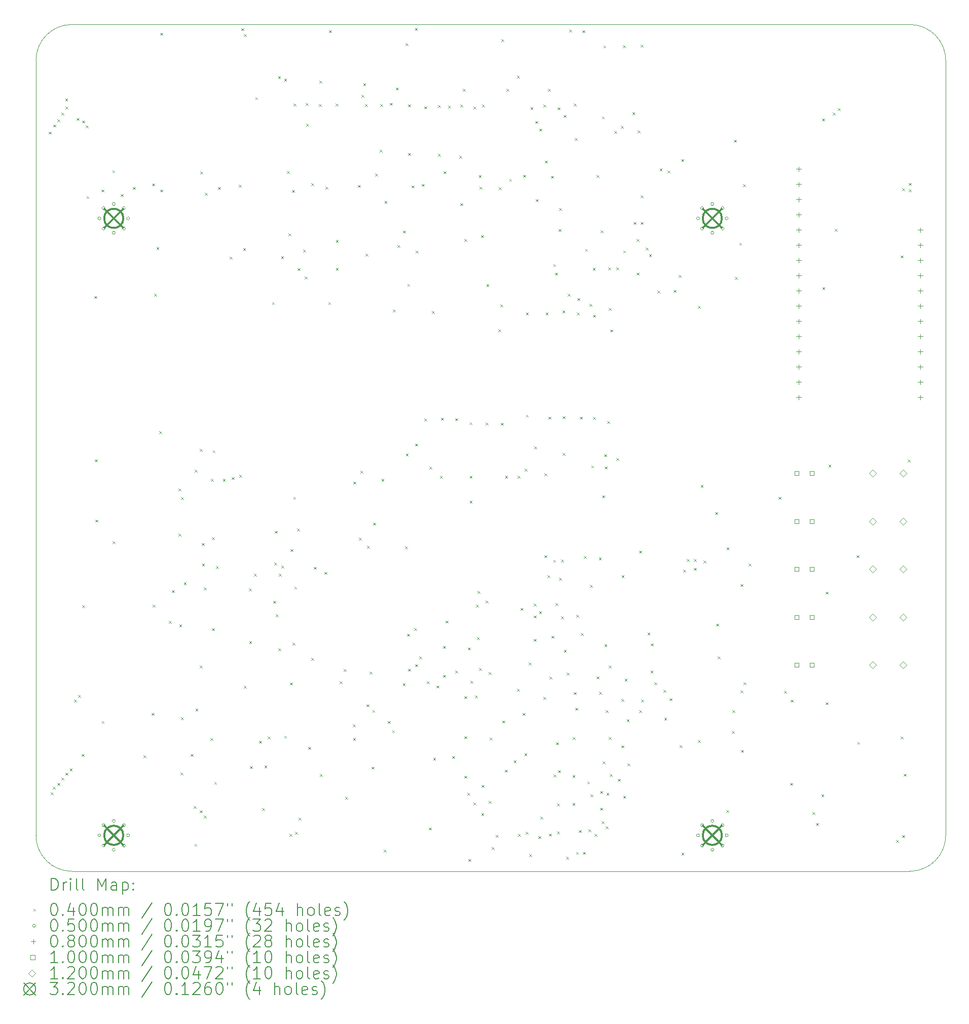
<source format=gbr>
%TF.GenerationSoftware,KiCad,Pcbnew,8.0.2*%
%TF.CreationDate,2024-05-16T19:31:12+09:30*%
%TF.ProjectId,shutdownPCB,73687574-646f-4776-9e50-43422e6b6963,rev?*%
%TF.SameCoordinates,Original*%
%TF.FileFunction,Drillmap*%
%TF.FilePolarity,Positive*%
%FSLAX45Y45*%
G04 Gerber Fmt 4.5, Leading zero omitted, Abs format (unit mm)*
G04 Created by KiCad (PCBNEW 8.0.2) date 2024-05-16 19:31:12*
%MOMM*%
%LPD*%
G01*
G04 APERTURE LIST*
%ADD10C,0.100000*%
%ADD11C,0.200000*%
%ADD12C,0.120000*%
%ADD13C,0.320000*%
G04 APERTURE END LIST*
D10*
X7157189Y-21923280D02*
G75*
G02*
X6557188Y-21324280I-494J599507D01*
G01*
X21157197Y-21923277D02*
X18157197Y-21923277D01*
X21756191Y-9786668D02*
X21756191Y-8386668D01*
X6557189Y-21324280D02*
X6557188Y-9787658D01*
X18157197Y-21923277D02*
X7157189Y-21923280D01*
X6557188Y-8387658D02*
G75*
G02*
X7156188Y-7787658I599506J494D01*
G01*
X21756197Y-21323277D02*
X21756191Y-9786668D01*
X21756197Y-21323277D02*
G75*
G02*
X21157197Y-21923277I-599507J-493D01*
G01*
X21156191Y-7787668D02*
X18156191Y-7787668D01*
X21156191Y-7787668D02*
G75*
G02*
X21756192Y-8386668I479J-599522D01*
G01*
X18156191Y-7787668D02*
X7156188Y-7787658D01*
X6557188Y-8387658D02*
X6557188Y-9787658D01*
D11*
D10*
X6768362Y-9576863D02*
X6808362Y-9616863D01*
X6808362Y-9576863D02*
X6768362Y-9616863D01*
X6803277Y-20605976D02*
X6843277Y-20645976D01*
X6843277Y-20605976D02*
X6803277Y-20645976D01*
X6838312Y-20512367D02*
X6878312Y-20552367D01*
X6878312Y-20512367D02*
X6838312Y-20552367D01*
X6844250Y-9459752D02*
X6884250Y-9499752D01*
X6884250Y-9459752D02*
X6844250Y-9499752D01*
X6912630Y-9367840D02*
X6952630Y-9407840D01*
X6952630Y-9367840D02*
X6912630Y-9407840D01*
X6914200Y-20447320D02*
X6954200Y-20487320D01*
X6954200Y-20447320D02*
X6914200Y-20487320D01*
X6982580Y-9261160D02*
X7022580Y-9301160D01*
X7022580Y-9261160D02*
X6982580Y-9301160D01*
X6984150Y-20360960D02*
X7024150Y-20400960D01*
X7024150Y-20360960D02*
X6984150Y-20400960D01*
X7046280Y-9022400D02*
X7086280Y-9062400D01*
X7086280Y-9022400D02*
X7046280Y-9062400D01*
X7052530Y-9159560D02*
X7092530Y-9199560D01*
X7092530Y-9159560D02*
X7052530Y-9199560D01*
X7052530Y-20279953D02*
X7092530Y-20319953D01*
X7092530Y-20279953D02*
X7052530Y-20319953D01*
X7122480Y-20208560D02*
X7162480Y-20248560D01*
X7162480Y-20208560D02*
X7122480Y-20248560D01*
X7192430Y-19055400D02*
X7232430Y-19095400D01*
X7232430Y-19055400D02*
X7192430Y-19095400D01*
X7238297Y-9348221D02*
X7278297Y-9388221D01*
X7278297Y-9348221D02*
X7238297Y-9388221D01*
X7262380Y-18979764D02*
X7302380Y-19019764D01*
X7302380Y-18979764D02*
X7262380Y-19019764D01*
X7320600Y-19964720D02*
X7360600Y-20004720D01*
X7360600Y-19964720D02*
X7320600Y-20004720D01*
X7329179Y-9389823D02*
X7369179Y-9429823D01*
X7369179Y-9389823D02*
X7329179Y-9429823D01*
X7332330Y-17480600D02*
X7372330Y-17520600D01*
X7372330Y-17480600D02*
X7332330Y-17520600D01*
X7388217Y-9470473D02*
X7428217Y-9510473D01*
X7428217Y-9470473D02*
X7388217Y-9510473D01*
X7402280Y-10653080D02*
X7442280Y-10693080D01*
X7442280Y-10653080D02*
X7402280Y-10693080D01*
X7533960Y-12320970D02*
X7573960Y-12360970D01*
X7573960Y-12320970D02*
X7533960Y-12360970D01*
X7539040Y-15047280D02*
X7579040Y-15087280D01*
X7579040Y-15047280D02*
X7539040Y-15087280D01*
X7549200Y-16053120D02*
X7589200Y-16093120D01*
X7589200Y-16053120D02*
X7549200Y-16093120D01*
X7650800Y-10541320D02*
X7690800Y-10581320D01*
X7690800Y-10541320D02*
X7650800Y-10581320D01*
X7655880Y-19416080D02*
X7695880Y-19456080D01*
X7695880Y-19416080D02*
X7655880Y-19456080D01*
X7833680Y-10221280D02*
X7873680Y-10261280D01*
X7873680Y-10221280D02*
X7833680Y-10261280D01*
X7838760Y-16413800D02*
X7878760Y-16453800D01*
X7878760Y-16413800D02*
X7838760Y-16453800D01*
X7970840Y-10617520D02*
X8010840Y-10657520D01*
X8010840Y-10617520D02*
X7970840Y-10657520D01*
X8179120Y-10500680D02*
X8219120Y-10540680D01*
X8219120Y-10500680D02*
X8179120Y-10540680D01*
X8356920Y-19985040D02*
X8396920Y-20025040D01*
X8396920Y-19985040D02*
X8356920Y-20025040D01*
X8486929Y-19280991D02*
X8526929Y-19320991D01*
X8526929Y-19280991D02*
X8486929Y-19320991D01*
X8499160Y-10439720D02*
X8539160Y-10479720D01*
X8539160Y-10439720D02*
X8499160Y-10479720D01*
X8509320Y-17470440D02*
X8549320Y-17510440D01*
X8549320Y-17470440D02*
X8509320Y-17510440D01*
X8534720Y-12280970D02*
X8574720Y-12320970D01*
X8574720Y-12280970D02*
X8534720Y-12320970D01*
X8569110Y-11501440D02*
X8609110Y-11541440D01*
X8609110Y-11501440D02*
X8569110Y-11541440D01*
X8616000Y-14574840D02*
X8656000Y-14614840D01*
X8656000Y-14574840D02*
X8616000Y-14614840D01*
X8631240Y-7925120D02*
X8671240Y-7965120D01*
X8671240Y-7925120D02*
X8631240Y-7965120D01*
X8636320Y-10541320D02*
X8676320Y-10581320D01*
X8676320Y-10541320D02*
X8636320Y-10581320D01*
X8778560Y-17744760D02*
X8818560Y-17784760D01*
X8818560Y-17744760D02*
X8778560Y-17784760D01*
X8829360Y-17231680D02*
X8869360Y-17271680D01*
X8869360Y-17231680D02*
X8829360Y-17271680D01*
X8936040Y-16286800D02*
X8976040Y-16326800D01*
X8976040Y-16286800D02*
X8936040Y-16326800D01*
X8941120Y-15534960D02*
X8981120Y-15574960D01*
X8981120Y-15534960D02*
X8941120Y-15574960D01*
X8951280Y-17800640D02*
X8991280Y-17840640D01*
X8991280Y-17800640D02*
X8951280Y-17840640D01*
X8971600Y-20274600D02*
X9011600Y-20314600D01*
X9011600Y-20274600D02*
X8971600Y-20314600D01*
X8981760Y-15677200D02*
X9021760Y-15717200D01*
X9021760Y-15677200D02*
X8981760Y-15717200D01*
X8981760Y-19350040D02*
X9021760Y-19390040D01*
X9021760Y-19350040D02*
X8981760Y-19390040D01*
X9027480Y-17099600D02*
X9067480Y-17139600D01*
X9067480Y-17099600D02*
X9027480Y-17139600D01*
X9139240Y-19964720D02*
X9179240Y-20004720D01*
X9179240Y-19964720D02*
X9139240Y-20004720D01*
X9190040Y-20833400D02*
X9230040Y-20873400D01*
X9230040Y-20833400D02*
X9190040Y-20873400D01*
X9205280Y-21463320D02*
X9245280Y-21503320D01*
X9245280Y-21463320D02*
X9205280Y-21503320D01*
X9210360Y-15220000D02*
X9250360Y-15260000D01*
X9250360Y-15220000D02*
X9210360Y-15260000D01*
X9222860Y-19207800D02*
X9262860Y-19247800D01*
X9262860Y-19207800D02*
X9222860Y-19247800D01*
X9291640Y-14874560D02*
X9331640Y-14914560D01*
X9331640Y-14874560D02*
X9291640Y-14914560D01*
X9291640Y-18486440D02*
X9331640Y-18526440D01*
X9331640Y-18486440D02*
X9291640Y-18526440D01*
X9292810Y-20904520D02*
X9332810Y-20944520D01*
X9332810Y-20904520D02*
X9292810Y-20944520D01*
X9300692Y-10244672D02*
X9340692Y-10284672D01*
X9340692Y-10244672D02*
X9300692Y-10284672D01*
X9327200Y-16444280D02*
X9367200Y-16484280D01*
X9367200Y-16444280D02*
X9327200Y-16484280D01*
X9332280Y-16784640D02*
X9372280Y-16824640D01*
X9372280Y-16784640D02*
X9332280Y-16824640D01*
X9358800Y-17185960D02*
X9398800Y-17225960D01*
X9398800Y-17185960D02*
X9358800Y-17225960D01*
X9362760Y-20995960D02*
X9402760Y-21035960D01*
X9402760Y-20995960D02*
X9362760Y-21035960D01*
X9378000Y-10597200D02*
X9418000Y-10637200D01*
X9418000Y-10597200D02*
X9378000Y-10637200D01*
X9469440Y-19700560D02*
X9509440Y-19740560D01*
X9509440Y-19700560D02*
X9469440Y-19740560D01*
X9477713Y-15374287D02*
X9517713Y-15414287D01*
X9517713Y-15374287D02*
X9477713Y-15414287D01*
X9498750Y-16347760D02*
X9538750Y-16387760D01*
X9538750Y-16347760D02*
X9498750Y-16387760D01*
X9498750Y-17865350D02*
X9538750Y-17905350D01*
X9538750Y-17865350D02*
X9498750Y-17905350D01*
X9510080Y-14894880D02*
X9550080Y-14934880D01*
X9550080Y-14894880D02*
X9510080Y-14934880D01*
X9535480Y-20432080D02*
X9575480Y-20472080D01*
X9575480Y-20432080D02*
X9535480Y-20472080D01*
X9565960Y-16830360D02*
X9605960Y-16870360D01*
X9605960Y-16830360D02*
X9565960Y-16870360D01*
X9601520Y-10500680D02*
X9641520Y-10540680D01*
X9641520Y-10500680D02*
X9601520Y-10540680D01*
X9678922Y-15371198D02*
X9718922Y-15411198D01*
X9718922Y-15371198D02*
X9678922Y-15411198D01*
X9794560Y-11664000D02*
X9834560Y-11704000D01*
X9834560Y-11664000D02*
X9794560Y-11704000D01*
X9830120Y-15342490D02*
X9870120Y-15382490D01*
X9870120Y-15342490D02*
X9830120Y-15382490D01*
X9946960Y-10460040D02*
X9986960Y-10500040D01*
X9986960Y-10460040D02*
X9946960Y-10500040D01*
X9951808Y-15302490D02*
X9991808Y-15342490D01*
X9991808Y-15302490D02*
X9951808Y-15342490D01*
X9987600Y-7848920D02*
X10027600Y-7888920D01*
X10027600Y-7848920D02*
X9987600Y-7888920D01*
X10016910Y-11521760D02*
X10056910Y-11561760D01*
X10056910Y-11521760D02*
X10016910Y-11561760D01*
X10028240Y-18826800D02*
X10068240Y-18866800D01*
X10068240Y-18826800D02*
X10028240Y-18866800D01*
X10033320Y-7945440D02*
X10073320Y-7985440D01*
X10073320Y-7945440D02*
X10033320Y-7985440D01*
X10114600Y-17201120D02*
X10154600Y-17241120D01*
X10154600Y-17201120D02*
X10114600Y-17241120D01*
X10119680Y-18080040D02*
X10159680Y-18120040D01*
X10159680Y-18080040D02*
X10119680Y-18120040D01*
X10134920Y-20167920D02*
X10174920Y-20207920D01*
X10174920Y-20167920D02*
X10134920Y-20207920D01*
X10199085Y-16955400D02*
X10239085Y-16995400D01*
X10239085Y-16955400D02*
X10199085Y-16995400D01*
X10221280Y-9002080D02*
X10261280Y-9042080D01*
X10261280Y-9002080D02*
X10221280Y-9042080D01*
X10282240Y-19746280D02*
X10322240Y-19786280D01*
X10322240Y-19746280D02*
X10282240Y-19786280D01*
X10333040Y-20866330D02*
X10373040Y-20906330D01*
X10373040Y-20866330D02*
X10333040Y-20906330D01*
X10373680Y-20157760D02*
X10413680Y-20197760D01*
X10413680Y-20157760D02*
X10373680Y-20197760D01*
X10429560Y-19675160D02*
X10469560Y-19715160D01*
X10469560Y-19675160D02*
X10429560Y-19715160D01*
X10499741Y-12420870D02*
X10539741Y-12460870D01*
X10539741Y-12420870D02*
X10499741Y-12460870D01*
X10521000Y-17409480D02*
X10561000Y-17449480D01*
X10561000Y-17409480D02*
X10521000Y-17449480D01*
X10536240Y-16769400D02*
X10576240Y-16809400D01*
X10576240Y-16769400D02*
X10536240Y-16809400D01*
X10546400Y-16241080D02*
X10586400Y-16281080D01*
X10586400Y-16241080D02*
X10546400Y-16281080D01*
X10563527Y-17634887D02*
X10603527Y-17674887D01*
X10603527Y-17634887D02*
X10563527Y-17674887D01*
X10602280Y-8651560D02*
X10642280Y-8691560D01*
X10642280Y-8651560D02*
X10602280Y-8691560D01*
X10607360Y-18201960D02*
X10647360Y-18241960D01*
X10647360Y-18201960D02*
X10607360Y-18241960D01*
X10617520Y-16955450D02*
X10657520Y-16995450D01*
X10657520Y-16955450D02*
X10617520Y-16995450D01*
X10653080Y-11653840D02*
X10693080Y-11693840D01*
X10693080Y-11653840D02*
X10653080Y-11693840D01*
X10658160Y-16820200D02*
X10698160Y-16860200D01*
X10698160Y-16820200D02*
X10658160Y-16860200D01*
X10703880Y-8692200D02*
X10743880Y-8732200D01*
X10743880Y-8692200D02*
X10703880Y-8732200D01*
X10703880Y-19659920D02*
X10743880Y-19699920D01*
X10743880Y-19659920D02*
X10703880Y-19699920D01*
X10749600Y-10231440D02*
X10789600Y-10271440D01*
X10789600Y-10231440D02*
X10749600Y-10271440D01*
X10775170Y-11271947D02*
X10815170Y-11311947D01*
X10815170Y-11271947D02*
X10775170Y-11311947D01*
X10793959Y-21302321D02*
X10833959Y-21342321D01*
X10833959Y-21302321D02*
X10793959Y-21342321D01*
X10802640Y-18770840D02*
X10842640Y-18810840D01*
X10842640Y-18770840D02*
X10802640Y-18810840D01*
X10810560Y-16545880D02*
X10850560Y-16585880D01*
X10850560Y-16545880D02*
X10810560Y-16585880D01*
X10835960Y-10551480D02*
X10875960Y-10591480D01*
X10875960Y-10551480D02*
X10835960Y-10591480D01*
X10841040Y-18105440D02*
X10881040Y-18145440D01*
X10881040Y-18105440D02*
X10841040Y-18145440D01*
X10856280Y-15672120D02*
X10896280Y-15712120D01*
X10896280Y-15672120D02*
X10856280Y-15712120D01*
X10861360Y-9108760D02*
X10901360Y-9148760D01*
X10901360Y-9108760D02*
X10861360Y-9148760D01*
X10872690Y-17170720D02*
X10912690Y-17210720D01*
X10912690Y-17170720D02*
X10872690Y-17210720D01*
X10886760Y-21265200D02*
X10926760Y-21305200D01*
X10926760Y-21265200D02*
X10886760Y-21305200D01*
X10917240Y-16200440D02*
X10957240Y-16240440D01*
X10957240Y-16200440D02*
X10917240Y-16240440D01*
X10927400Y-11854250D02*
X10967400Y-11894250D01*
X10967400Y-11854250D02*
X10927400Y-11894250D01*
X10942640Y-21026440D02*
X10982640Y-21066440D01*
X10982640Y-21026440D02*
X10942640Y-21066440D01*
X11018840Y-11547160D02*
X11058840Y-11587160D01*
X11058840Y-11547160D02*
X11018840Y-11587160D01*
X11044240Y-11994200D02*
X11084240Y-12034200D01*
X11084240Y-11994200D02*
X11044240Y-12034200D01*
X11064560Y-9098600D02*
X11104560Y-9138600D01*
X11104560Y-9098600D02*
X11064560Y-9138600D01*
X11074720Y-9444040D02*
X11114720Y-9484040D01*
X11114720Y-9444040D02*
X11074720Y-9484040D01*
X11105200Y-19847880D02*
X11145200Y-19887880D01*
X11145200Y-19847880D02*
X11105200Y-19887880D01*
X11156000Y-10434640D02*
X11196000Y-10474640D01*
X11196000Y-10434640D02*
X11156000Y-10474640D01*
X11156000Y-18359440D02*
X11196000Y-18399440D01*
X11196000Y-18359440D02*
X11156000Y-18399440D01*
X11196048Y-16841566D02*
X11236048Y-16881566D01*
X11236048Y-16841566D02*
X11196048Y-16881566D01*
X11283000Y-9113890D02*
X11323000Y-9153890D01*
X11323000Y-9113890D02*
X11283000Y-9153890D01*
X11293160Y-8727760D02*
X11333160Y-8767760D01*
X11333160Y-8727760D02*
X11293160Y-8767760D01*
X11303320Y-20300000D02*
X11343320Y-20340000D01*
X11343320Y-20300000D02*
X11303320Y-20340000D01*
X11374440Y-16926880D02*
X11414440Y-16966880D01*
X11414440Y-16926880D02*
X11374440Y-16966880D01*
X11394760Y-10495600D02*
X11434760Y-10535600D01*
X11434760Y-10495600D02*
X11394760Y-10535600D01*
X11440480Y-12420870D02*
X11480480Y-12460870D01*
X11480480Y-12420870D02*
X11440480Y-12460870D01*
X11450640Y-7883360D02*
X11490640Y-7923360D01*
X11490640Y-7883360D02*
X11450640Y-7923360D01*
X11562400Y-9108760D02*
X11602400Y-9148760D01*
X11602400Y-9108760D02*
X11562400Y-9148760D01*
X11567480Y-11384600D02*
X11607480Y-11424600D01*
X11607480Y-11384600D02*
X11567480Y-11424600D01*
X11567480Y-11851960D02*
X11607480Y-11891960D01*
X11607480Y-11851960D02*
X11567480Y-11891960D01*
X11633520Y-18750600D02*
X11673520Y-18790600D01*
X11673520Y-18750600D02*
X11633520Y-18790600D01*
X11699560Y-18547400D02*
X11739560Y-18587400D01*
X11739560Y-18547400D02*
X11699560Y-18587400D01*
X11724960Y-20681000D02*
X11764960Y-20721000D01*
X11764960Y-20681000D02*
X11724960Y-20721000D01*
X11851960Y-19471960D02*
X11891960Y-19511960D01*
X11891960Y-19471960D02*
X11851960Y-19511960D01*
X11854422Y-19698098D02*
X11894422Y-19738098D01*
X11894422Y-19698098D02*
X11854422Y-19738098D01*
X11862120Y-15418120D02*
X11902120Y-15458120D01*
X11902120Y-15418120D02*
X11862120Y-15458120D01*
X11938320Y-10465120D02*
X11978320Y-10505120D01*
X11978320Y-10465120D02*
X11938320Y-10505120D01*
X11953560Y-16352840D02*
X11993560Y-16392840D01*
X11993560Y-16352840D02*
X11953560Y-16392840D01*
X11978960Y-15236410D02*
X12018960Y-15276410D01*
X12018960Y-15236410D02*
X11978960Y-15276410D01*
X11994200Y-8961440D02*
X12034200Y-9001440D01*
X12034200Y-8961440D02*
X11994200Y-9001440D01*
X12024680Y-8769570D02*
X12064680Y-8809570D01*
X12064680Y-8769570D02*
X12024680Y-8809570D01*
X12055160Y-9113890D02*
X12095160Y-9153890D01*
X12095160Y-9113890D02*
X12055160Y-9153890D01*
X12060240Y-11613200D02*
X12100240Y-11653200D01*
X12100240Y-11613200D02*
X12060240Y-11653200D01*
X12080560Y-19136680D02*
X12120560Y-19176680D01*
X12120560Y-19136680D02*
X12080560Y-19176680D01*
X12085640Y-16490000D02*
X12125640Y-16530000D01*
X12125640Y-16490000D02*
X12085640Y-16530000D01*
X12131360Y-18588040D02*
X12171360Y-18628040D01*
X12171360Y-18588040D02*
X12131360Y-18628040D01*
X12161840Y-20178080D02*
X12201840Y-20218080D01*
X12201840Y-20178080D02*
X12161840Y-20218080D01*
X12177080Y-19228120D02*
X12217080Y-19268120D01*
X12217080Y-19228120D02*
X12177080Y-19268120D01*
X12192320Y-16103920D02*
X12232320Y-16143920D01*
X12232320Y-16103920D02*
X12192320Y-16143920D01*
X12222800Y-10277160D02*
X12262800Y-10317160D01*
X12262800Y-10277160D02*
X12222800Y-10317160D01*
X12299000Y-9875840D02*
X12339000Y-9915840D01*
X12339000Y-9875840D02*
X12299000Y-9915840D01*
X12309160Y-9113840D02*
X12349160Y-9153840D01*
X12349160Y-9113840D02*
X12309160Y-9153840D01*
X12329480Y-15372400D02*
X12369480Y-15412400D01*
X12369480Y-15372400D02*
X12329480Y-15412400D01*
X12365040Y-21558699D02*
X12405040Y-21598699D01*
X12405040Y-21558699D02*
X12365040Y-21598699D01*
X12380280Y-10731430D02*
X12420280Y-10771430D01*
X12420280Y-10731430D02*
X12380280Y-10771430D01*
X12436160Y-19416080D02*
X12476160Y-19456080D01*
X12476160Y-19416080D02*
X12436160Y-19456080D01*
X12466640Y-9093520D02*
X12506640Y-9133520D01*
X12506640Y-9093520D02*
X12466640Y-9133520D01*
X12507280Y-19568480D02*
X12547280Y-19608480D01*
X12547280Y-19568480D02*
X12507280Y-19608480D01*
X12517440Y-12542840D02*
X12557440Y-12582840D01*
X12557440Y-12542840D02*
X12517440Y-12582840D01*
X12568240Y-8839520D02*
X12608240Y-8879520D01*
X12608240Y-8839520D02*
X12568240Y-8879520D01*
X12593640Y-11470960D02*
X12633640Y-11510960D01*
X12633640Y-11470960D02*
X12593640Y-11510960D01*
X12685080Y-18786160D02*
X12725080Y-18826160D01*
X12725080Y-18786160D02*
X12685080Y-18826160D01*
X12690160Y-11227120D02*
X12730160Y-11267120D01*
X12730160Y-11227120D02*
X12690160Y-11267120D01*
X12720640Y-16500160D02*
X12760640Y-16540160D01*
X12760640Y-16500160D02*
X12720640Y-16540160D01*
X12731770Y-8102375D02*
X12771770Y-8142375D01*
X12771770Y-8102375D02*
X12731770Y-8142375D01*
X12735880Y-14946510D02*
X12775880Y-14986510D01*
X12775880Y-14946510D02*
X12735880Y-14986510D01*
X12756200Y-17958120D02*
X12796200Y-17998120D01*
X12796200Y-17958120D02*
X12756200Y-17998120D01*
X12761280Y-12116120D02*
X12801280Y-12156120D01*
X12801280Y-12116120D02*
X12761280Y-12156120D01*
X12776520Y-9118920D02*
X12816520Y-9158920D01*
X12816520Y-9118920D02*
X12776520Y-9158920D01*
X12776520Y-9933530D02*
X12816520Y-9973530D01*
X12816520Y-9933530D02*
X12776520Y-9973530D01*
X12776520Y-18542320D02*
X12816520Y-18582320D01*
X12816520Y-18542320D02*
X12776520Y-18582320D01*
X12832400Y-10475280D02*
X12872400Y-10515280D01*
X12872400Y-10475280D02*
X12832400Y-10515280D01*
X12878120Y-17861600D02*
X12918120Y-17901600D01*
X12918120Y-17861600D02*
X12878120Y-17901600D01*
X12888280Y-7843840D02*
X12928280Y-7883840D01*
X12928280Y-7843840D02*
X12888280Y-7883840D01*
X12889450Y-14783120D02*
X12929450Y-14823120D01*
X12929450Y-14783120D02*
X12889450Y-14823120D01*
X12893360Y-18466120D02*
X12933360Y-18506120D01*
X12933360Y-18466120D02*
X12893360Y-18506120D01*
X12902350Y-11562400D02*
X12942350Y-11602400D01*
X12942350Y-11562400D02*
X12902350Y-11602400D01*
X12959400Y-18334040D02*
X12999400Y-18374040D01*
X12999400Y-18334040D02*
X12959400Y-18374040D01*
X13000040Y-10449880D02*
X13040040Y-10489880D01*
X13040040Y-10449880D02*
X13000040Y-10489880D01*
X13045760Y-9154480D02*
X13085760Y-9194480D01*
X13085760Y-9154480D02*
X13045760Y-9194480D01*
X13045760Y-14366560D02*
X13085760Y-14406560D01*
X13085760Y-14366560D02*
X13045760Y-14406560D01*
X13086400Y-18750600D02*
X13126400Y-18790600D01*
X13126400Y-18750600D02*
X13086400Y-18790600D01*
X13121960Y-21194080D02*
X13161960Y-21234080D01*
X13161960Y-21194080D02*
X13121960Y-21234080D01*
X13132120Y-15166460D02*
X13172120Y-15206460D01*
X13172120Y-15166460D02*
X13132120Y-15206460D01*
X13172760Y-12568240D02*
X13212760Y-12608240D01*
X13212760Y-12568240D02*
X13172760Y-12608240D01*
X13193080Y-20030760D02*
X13233080Y-20070760D01*
X13233080Y-20030760D02*
X13193080Y-20070760D01*
X13248960Y-18821720D02*
X13288960Y-18861720D01*
X13288960Y-18821720D02*
X13248960Y-18861720D01*
X13274360Y-9134160D02*
X13314360Y-9174160D01*
X13314360Y-9134160D02*
X13274360Y-9174160D01*
X13274360Y-9946960D02*
X13314360Y-9986960D01*
X13314360Y-9946960D02*
X13274360Y-9986960D01*
X13304840Y-15322490D02*
X13344840Y-15362490D01*
X13344840Y-15322490D02*
X13304840Y-15362490D01*
X13325160Y-14351320D02*
X13365160Y-14391320D01*
X13365160Y-14351320D02*
X13325160Y-14391320D01*
X13355640Y-18161320D02*
X13395640Y-18201320D01*
X13395640Y-18161320D02*
X13355640Y-18201320D01*
X13355640Y-18643920D02*
X13395640Y-18683920D01*
X13395640Y-18643920D02*
X13355640Y-18683920D01*
X13365800Y-10236520D02*
X13405800Y-10276520D01*
X13405800Y-10236520D02*
X13365800Y-10276520D01*
X13401360Y-17739680D02*
X13441360Y-17779680D01*
X13441360Y-17739680D02*
X13401360Y-17779680D01*
X13442000Y-9139240D02*
X13482000Y-9179240D01*
X13482000Y-9139240D02*
X13442000Y-9179240D01*
X13508040Y-20000280D02*
X13548040Y-20040280D01*
X13548040Y-20000280D02*
X13508040Y-20040280D01*
X13563920Y-14361480D02*
X13603920Y-14401480D01*
X13603920Y-14361480D02*
X13563920Y-14401480D01*
X13563920Y-18572800D02*
X13603920Y-18612800D01*
X13603920Y-18572800D02*
X13563920Y-18612800D01*
X13629960Y-9977440D02*
X13669960Y-10017440D01*
X13669960Y-9977440D02*
X13629960Y-10017440D01*
X13646370Y-9124000D02*
X13686370Y-9164000D01*
X13686370Y-9124000D02*
X13646370Y-9164000D01*
X13646370Y-10771430D02*
X13686370Y-10811430D01*
X13686370Y-10771430D02*
X13646370Y-10811430D01*
X13685840Y-8859840D02*
X13725840Y-8899840D01*
X13725840Y-8859840D02*
X13685840Y-8899840D01*
X13714350Y-20329244D02*
X13754350Y-20369244D01*
X13754350Y-20329244D02*
X13714350Y-20369244D01*
X13716320Y-11369360D02*
X13756320Y-11409360D01*
X13756320Y-11369360D02*
X13716320Y-11409360D01*
X13716320Y-18999520D02*
X13756320Y-19039520D01*
X13756320Y-18999520D02*
X13716320Y-19039520D01*
X13716320Y-19670080D02*
X13756320Y-19710080D01*
X13756320Y-19670080D02*
X13716320Y-19710080D01*
X13762040Y-20614960D02*
X13802040Y-20654960D01*
X13802040Y-20614960D02*
X13762040Y-20654960D01*
X13772200Y-18186720D02*
X13812200Y-18226720D01*
X13812200Y-18186720D02*
X13772200Y-18226720D01*
X13782360Y-21718699D02*
X13822360Y-21758699D01*
X13822360Y-21718699D02*
X13782360Y-21758699D01*
X13802680Y-14427520D02*
X13842680Y-14467520D01*
X13842680Y-14427520D02*
X13802680Y-14467520D01*
X13802680Y-15322490D02*
X13842680Y-15362490D01*
X13842680Y-15322490D02*
X13802680Y-15362490D01*
X13802680Y-15738160D02*
X13842680Y-15778160D01*
X13842680Y-15738160D02*
X13802680Y-15778160D01*
X13817920Y-18740440D02*
X13857920Y-18780440D01*
X13857920Y-18740440D02*
X13817920Y-18780440D01*
X13863640Y-9159560D02*
X13903640Y-9199560D01*
X13903640Y-9159560D02*
X13863640Y-9199560D01*
X13863640Y-20775180D02*
X13903640Y-20815180D01*
X13903640Y-20775180D02*
X13863640Y-20815180D01*
X13890800Y-18989360D02*
X13930800Y-19029360D01*
X13930800Y-18989360D02*
X13890800Y-19029360D01*
X13909360Y-17470440D02*
X13949360Y-17510440D01*
X13949360Y-17470440D02*
X13909360Y-17510440D01*
X13924600Y-18014000D02*
X13964600Y-18054000D01*
X13964600Y-18014000D02*
X13924600Y-18054000D01*
X13934760Y-17241840D02*
X13974760Y-17281840D01*
X13974760Y-17241840D02*
X13934760Y-17281840D01*
X13955080Y-10302560D02*
X13995080Y-10342560D01*
X13995080Y-10302560D02*
X13955080Y-10342560D01*
X13960160Y-18532160D02*
X14000160Y-18572160D01*
X14000160Y-18532160D02*
X13960160Y-18572160D01*
X13965240Y-10495650D02*
X14005240Y-10535650D01*
X14005240Y-10495650D02*
X13965240Y-10535650D01*
X13990640Y-11303320D02*
X14030640Y-11343320D01*
X14030640Y-11303320D02*
X13990640Y-11343320D01*
X13996072Y-20949888D02*
X14036072Y-20989888D01*
X14036072Y-20949888D02*
X13996072Y-20989888D01*
X14000802Y-20482878D02*
X14040802Y-20522878D01*
X14040802Y-20482878D02*
X14000802Y-20522878D01*
X14010960Y-9124000D02*
X14050960Y-9164000D01*
X14050960Y-9124000D02*
X14010960Y-9164000D01*
X14069002Y-17402238D02*
X14109002Y-17442238D01*
X14109002Y-17402238D02*
X14069002Y-17442238D01*
X14071920Y-14432600D02*
X14111920Y-14472600D01*
X14111920Y-14432600D02*
X14071920Y-14472600D01*
X14082080Y-12121200D02*
X14122080Y-12161200D01*
X14122080Y-12121200D02*
X14082080Y-12161200D01*
X14122720Y-18598200D02*
X14162720Y-18638200D01*
X14162720Y-18598200D02*
X14122720Y-18638200D01*
X14122720Y-20747040D02*
X14162720Y-20787040D01*
X14162720Y-20747040D02*
X14122720Y-20787040D01*
X14139130Y-19690400D02*
X14179130Y-19730400D01*
X14179130Y-19690400D02*
X14139130Y-19730400D01*
X14168440Y-21518699D02*
X14208440Y-21558699D01*
X14208440Y-21518699D02*
X14168440Y-21558699D01*
X14239560Y-21316000D02*
X14279560Y-21356000D01*
X14279560Y-21316000D02*
X14239560Y-21356000D01*
X14280200Y-12873040D02*
X14320200Y-12913040D01*
X14320200Y-12873040D02*
X14280200Y-12913040D01*
X14290360Y-10505760D02*
X14330360Y-10545760D01*
X14330360Y-10505760D02*
X14290360Y-10545760D01*
X14315760Y-12460870D02*
X14355760Y-12500870D01*
X14355760Y-12460870D02*
X14315760Y-12500870D01*
X14325920Y-14437680D02*
X14365920Y-14477680D01*
X14365920Y-14437680D02*
X14325920Y-14477680D01*
X14331000Y-8033200D02*
X14371000Y-8073200D01*
X14371000Y-8033200D02*
X14331000Y-8073200D01*
X14351320Y-19405920D02*
X14391320Y-19445920D01*
X14391320Y-19405920D02*
X14351320Y-19445920D01*
X14391960Y-20228880D02*
X14431960Y-20268880D01*
X14431960Y-20228880D02*
X14391960Y-20268880D01*
X14395870Y-15322490D02*
X14435870Y-15362490D01*
X14435870Y-15322490D02*
X14395870Y-15362490D01*
X14417360Y-8859840D02*
X14457360Y-8899840D01*
X14457360Y-8859840D02*
X14417360Y-8899840D01*
X14463080Y-10363520D02*
X14503080Y-10403520D01*
X14503080Y-10363520D02*
X14463080Y-10403520D01*
X14539280Y-20071400D02*
X14579280Y-20111400D01*
X14579280Y-20071400D02*
X14539280Y-20111400D01*
X14595160Y-8639840D02*
X14635160Y-8679840D01*
X14635160Y-8639840D02*
X14595160Y-8679840D01*
X14595160Y-18877600D02*
X14635160Y-18917600D01*
X14635160Y-18877600D02*
X14595160Y-18917600D01*
X14600240Y-15322490D02*
X14640240Y-15362490D01*
X14640240Y-15322490D02*
X14600240Y-15362490D01*
X14610400Y-21300760D02*
X14650400Y-21340760D01*
X14650400Y-21300760D02*
X14610400Y-21340760D01*
X14652993Y-17527043D02*
X14692993Y-17567043D01*
X14692993Y-17527043D02*
X14652993Y-17567043D01*
X14686600Y-19278920D02*
X14726600Y-19318920D01*
X14726600Y-19278920D02*
X14686600Y-19318920D01*
X14696760Y-10297480D02*
X14736760Y-10337480D01*
X14736760Y-10297480D02*
X14696760Y-10337480D01*
X14717080Y-19954560D02*
X14757080Y-19994560D01*
X14757080Y-19954560D02*
X14717080Y-19994560D01*
X14722160Y-15204760D02*
X14762160Y-15244760D01*
X14762160Y-15204760D02*
X14722160Y-15244760D01*
X14737400Y-21266370D02*
X14777400Y-21306370D01*
X14777400Y-21266370D02*
X14737400Y-21306370D01*
X14742480Y-12593640D02*
X14782480Y-12633640D01*
X14782480Y-12593640D02*
X14742480Y-12633640D01*
X14742480Y-14300520D02*
X14782480Y-14340520D01*
X14782480Y-14300520D02*
X14742480Y-14340520D01*
X14787212Y-18439304D02*
X14827212Y-18479304D01*
X14827212Y-18439304D02*
X14787212Y-18479304D01*
X14798360Y-21638699D02*
X14838360Y-21678699D01*
X14838360Y-21638699D02*
X14798360Y-21678699D01*
X14818680Y-9164640D02*
X14858680Y-9204640D01*
X14858680Y-9164640D02*
X14818680Y-9204640D01*
X14874403Y-17653456D02*
X14914403Y-17693456D01*
X14914403Y-17653456D02*
X14874403Y-17693456D01*
X14874560Y-17455200D02*
X14914560Y-17495200D01*
X14914560Y-17455200D02*
X14874560Y-17495200D01*
X14874560Y-18044480D02*
X14914560Y-18084480D01*
X14914560Y-18044480D02*
X14874560Y-18084480D01*
X14884720Y-14828840D02*
X14924720Y-14868840D01*
X14924720Y-14828840D02*
X14884720Y-14868840D01*
X14897120Y-9398320D02*
X14937120Y-9438320D01*
X14937120Y-9398320D02*
X14897120Y-9438320D01*
X14910120Y-10703880D02*
X14950120Y-10743880D01*
X14950120Y-10703880D02*
X14910120Y-10743880D01*
X14949590Y-21336320D02*
X14989590Y-21376320D01*
X14989590Y-21336320D02*
X14949590Y-21376320D01*
X14962258Y-17583538D02*
X15002258Y-17623538D01*
X15002258Y-17583538D02*
X14962258Y-17623538D01*
X14967120Y-9525320D02*
X15007120Y-9565320D01*
X15007120Y-9525320D02*
X14967120Y-9565320D01*
X14981240Y-21011200D02*
X15021240Y-21051200D01*
X15021240Y-21011200D02*
X14981240Y-21051200D01*
X15032040Y-19014760D02*
X15072040Y-19054760D01*
X15072040Y-19014760D02*
X15032040Y-19054760D01*
X15037120Y-9124000D02*
X15077120Y-9164000D01*
X15077120Y-9124000D02*
X15037120Y-9164000D01*
X15052360Y-16647480D02*
X15092360Y-16687480D01*
X15092360Y-16647480D02*
X15052360Y-16687480D01*
X15052410Y-15280960D02*
X15092410Y-15320960D01*
X15092410Y-15280960D02*
X15052410Y-15320960D01*
X15062520Y-10058720D02*
X15102520Y-10098720D01*
X15102520Y-10058720D02*
X15062520Y-10098720D01*
X15072680Y-12593640D02*
X15112680Y-12633640D01*
X15112680Y-12593640D02*
X15072680Y-12633640D01*
X15103160Y-16979450D02*
X15143160Y-17019450D01*
X15143160Y-16979450D02*
X15103160Y-17019450D01*
X15113320Y-8859840D02*
X15153320Y-8899840D01*
X15153320Y-8859840D02*
X15113320Y-8899840D01*
X15118400Y-14336080D02*
X15158400Y-14376080D01*
X15158400Y-14336080D02*
X15118400Y-14376080D01*
X15129762Y-21294478D02*
X15169762Y-21334478D01*
X15169762Y-21294478D02*
X15129762Y-21334478D01*
X15133640Y-18674400D02*
X15173640Y-18714400D01*
X15173640Y-18674400D02*
X15133640Y-18714400D01*
X15159040Y-10312720D02*
X15199040Y-10352720D01*
X15199040Y-10312720D02*
X15159040Y-10352720D01*
X15170320Y-17993680D02*
X15210320Y-18033680D01*
X15210320Y-17993680D02*
X15170320Y-18033680D01*
X15199680Y-11785920D02*
X15239680Y-11825920D01*
X15239680Y-11785920D02*
X15199680Y-11825920D01*
X15199680Y-16723680D02*
X15239680Y-16763680D01*
X15239680Y-16723680D02*
X15199680Y-16763680D01*
X15204760Y-20308120D02*
X15244760Y-20348120D01*
X15244760Y-20308120D02*
X15204760Y-20348120D01*
X15230160Y-11931250D02*
X15270160Y-11971250D01*
X15270160Y-11931250D02*
X15230160Y-11971250D01*
X15240320Y-17447710D02*
X15280320Y-17487710D01*
X15280320Y-17447710D02*
X15240320Y-17487710D01*
X15243640Y-19770965D02*
X15283640Y-19810965D01*
X15283640Y-19770965D02*
X15243640Y-19810965D01*
X15261810Y-20792760D02*
X15301810Y-20832760D01*
X15301810Y-20792760D02*
X15261810Y-20832760D01*
X15265720Y-21258799D02*
X15305720Y-21298799D01*
X15305720Y-21258799D02*
X15265720Y-21298799D01*
X15270800Y-9169720D02*
X15310800Y-9209720D01*
X15310800Y-9169720D02*
X15270800Y-9209720D01*
X15278357Y-20236438D02*
X15318357Y-20276438D01*
X15318357Y-20236438D02*
X15278357Y-20276438D01*
X15291120Y-11201720D02*
X15331120Y-11241720D01*
X15331120Y-11201720D02*
X15291120Y-11241720D01*
X15296200Y-10850030D02*
X15336200Y-10890030D01*
X15336200Y-10850030D02*
X15296200Y-10890030D01*
X15298333Y-17022280D02*
X15338333Y-17062280D01*
X15338333Y-17022280D02*
X15298333Y-17062280D01*
X15327800Y-16719500D02*
X15367800Y-16759500D01*
X15367800Y-16719500D02*
X15327800Y-16759500D01*
X15327800Y-17664691D02*
X15367800Y-17704691D01*
X15367800Y-17664691D02*
X15327800Y-17704691D01*
X15352080Y-12563160D02*
X15392080Y-12603160D01*
X15392080Y-12563160D02*
X15352080Y-12603160D01*
X15357160Y-14325920D02*
X15397160Y-14365920D01*
X15397160Y-14325920D02*
X15357160Y-14365920D01*
X15357160Y-14940600D02*
X15397160Y-14980600D01*
X15397160Y-14940600D02*
X15357160Y-14980600D01*
X15372400Y-9296720D02*
X15412400Y-9336720D01*
X15412400Y-9296720D02*
X15372400Y-9336720D01*
X15377480Y-18227360D02*
X15417480Y-18267360D01*
X15417480Y-18227360D02*
X15377480Y-18267360D01*
X15418120Y-21678699D02*
X15458120Y-21718699D01*
X15458120Y-21678699D02*
X15418120Y-21718699D01*
X15422771Y-18604258D02*
X15462771Y-18644258D01*
X15462771Y-18604258D02*
X15422771Y-18644258D01*
X15443520Y-12279850D02*
X15483520Y-12319850D01*
X15483520Y-12279850D02*
X15443520Y-12319850D01*
X15463840Y-7873200D02*
X15503840Y-7913200D01*
X15503840Y-7873200D02*
X15463840Y-7913200D01*
X15520887Y-20319550D02*
X15560887Y-20359550D01*
X15560887Y-20319550D02*
X15520887Y-20359550D01*
X15520887Y-20782600D02*
X15560887Y-20822600D01*
X15560887Y-20782600D02*
X15520887Y-20822600D01*
X15524800Y-19681360D02*
X15564800Y-19721360D01*
X15564800Y-19681360D02*
X15524800Y-19721360D01*
X15545120Y-9108760D02*
X15585120Y-9148760D01*
X15585120Y-9108760D02*
X15545120Y-9148760D01*
X15545120Y-18933480D02*
X15585120Y-18973480D01*
X15585120Y-18933480D02*
X15545120Y-18973480D01*
X15560360Y-9682800D02*
X15600360Y-9722800D01*
X15600360Y-9682800D02*
X15560360Y-9722800D01*
X15565440Y-19194710D02*
X15605440Y-19234710D01*
X15605440Y-19194710D02*
X15565440Y-19234710D01*
X15580680Y-21600480D02*
X15620680Y-21640480D01*
X15620680Y-21600480D02*
X15580680Y-21640480D01*
X15585760Y-17643160D02*
X15625760Y-17683160D01*
X15625760Y-17643160D02*
X15585760Y-17683160D01*
X15595920Y-12593640D02*
X15635920Y-12633640D01*
X15635920Y-12593640D02*
X15595920Y-12633640D01*
X15601000Y-12354880D02*
X15641000Y-12394880D01*
X15641000Y-12354880D02*
X15601000Y-12394880D01*
X15626400Y-21234720D02*
X15666400Y-21274720D01*
X15666400Y-21234720D02*
X15626400Y-21274720D01*
X15641640Y-14336080D02*
X15681640Y-14376080D01*
X15681640Y-14336080D02*
X15641640Y-14376080D01*
X15661960Y-17947960D02*
X15701960Y-17987960D01*
X15701960Y-17947960D02*
X15661960Y-17987960D01*
X15687360Y-7884480D02*
X15727360Y-7924480D01*
X15727360Y-7884480D02*
X15687360Y-7924480D01*
X15696400Y-21598699D02*
X15736400Y-21638699D01*
X15736400Y-21598699D02*
X15696400Y-21638699D01*
X15712760Y-16657640D02*
X15752760Y-16697640D01*
X15752760Y-16657640D02*
X15712760Y-16697640D01*
X15733080Y-11531920D02*
X15773080Y-11571920D01*
X15773080Y-11531920D02*
X15733080Y-11571920D01*
X15766400Y-20423602D02*
X15806400Y-20463602D01*
X15806400Y-20423602D02*
X15766400Y-20463602D01*
X15790080Y-21224026D02*
X15830080Y-21264026D01*
X15830080Y-21224026D02*
X15790080Y-21264026D01*
X15807544Y-12452068D02*
X15847544Y-12492068D01*
X15847544Y-12452068D02*
X15807544Y-12492068D01*
X15814360Y-17140240D02*
X15854360Y-17180240D01*
X15854360Y-17140240D02*
X15814360Y-17180240D01*
X15819440Y-20640360D02*
X15859440Y-20680360D01*
X15859440Y-20640360D02*
X15819440Y-20680360D01*
X15834680Y-15148880D02*
X15874680Y-15188880D01*
X15874680Y-15148880D02*
X15834680Y-15188880D01*
X15860080Y-11851960D02*
X15900080Y-11891960D01*
X15900080Y-11851960D02*
X15860080Y-11891960D01*
X15863694Y-12634280D02*
X15903694Y-12674280D01*
X15903694Y-12634280D02*
X15863694Y-12674280D01*
X15865160Y-14341160D02*
X15905160Y-14381160D01*
X15905160Y-14341160D02*
X15865160Y-14381160D01*
X15890560Y-21298749D02*
X15930560Y-21338749D01*
X15930560Y-21298749D02*
X15890560Y-21338749D01*
X15926120Y-10302560D02*
X15966120Y-10342560D01*
X15966120Y-10302560D02*
X15926120Y-10342560D01*
X15926120Y-18669320D02*
X15966120Y-18709320D01*
X15966120Y-18669320D02*
X15926120Y-18709320D01*
X15961282Y-16686602D02*
X16001282Y-16726602D01*
X16001282Y-16686602D02*
X15961282Y-16726602D01*
X15963148Y-18929652D02*
X16003148Y-18969652D01*
X16003148Y-18929652D02*
X15963148Y-18969652D01*
X15982000Y-20584480D02*
X16022000Y-20624480D01*
X16022000Y-20584480D02*
X15982000Y-20624480D01*
X15982000Y-20863880D02*
X16022000Y-20903880D01*
X16022000Y-20863880D02*
X15982000Y-20903880D01*
X15992160Y-11222040D02*
X16032160Y-11262040D01*
X16032160Y-11222040D02*
X15992160Y-11262040D01*
X16007400Y-21087400D02*
X16047400Y-21127400D01*
X16047400Y-21087400D02*
X16007400Y-21127400D01*
X16012480Y-9322120D02*
X16052480Y-9362120D01*
X16052480Y-9322120D02*
X16012480Y-9362120D01*
X16017144Y-15646720D02*
X16057144Y-15686720D01*
X16057144Y-15646720D02*
X16017144Y-15686720D01*
X16027720Y-20086640D02*
X16067720Y-20126640D01*
X16067720Y-20086640D02*
X16027720Y-20126640D01*
X16037880Y-8138480D02*
X16077880Y-8178480D01*
X16077880Y-8138480D02*
X16037880Y-8178480D01*
X16053120Y-14960920D02*
X16093120Y-15000920D01*
X16093120Y-14960920D02*
X16053120Y-15000920D01*
X16054002Y-18131722D02*
X16094002Y-18171722D01*
X16094002Y-18131722D02*
X16054002Y-18171722D01*
X16058812Y-15164732D02*
X16098812Y-15204732D01*
X16098812Y-15164732D02*
X16058812Y-15204732D01*
X16077261Y-21174929D02*
X16117261Y-21214929D01*
X16117261Y-21174929D02*
X16077261Y-21214929D01*
X16078520Y-19234760D02*
X16118520Y-19274760D01*
X16118520Y-19234760D02*
X16078520Y-19274760D01*
X16088680Y-20614960D02*
X16128680Y-20654960D01*
X16128680Y-20614960D02*
X16088680Y-20654960D01*
X16103920Y-14407200D02*
X16143920Y-14447200D01*
X16143920Y-14407200D02*
X16103920Y-14447200D01*
X16119160Y-11841800D02*
X16159160Y-11881800D01*
X16159160Y-11841800D02*
X16119160Y-11881800D01*
X16124240Y-12516270D02*
X16164240Y-12556270D01*
X16164240Y-12516270D02*
X16124240Y-12556270D01*
X16124240Y-19681410D02*
X16164240Y-19721410D01*
X16164240Y-19681410D02*
X16124240Y-19721410D01*
X16129320Y-18486440D02*
X16169320Y-18526440D01*
X16169320Y-18486440D02*
X16129320Y-18526440D01*
X16144560Y-20300000D02*
X16184560Y-20340000D01*
X16184560Y-20300000D02*
X16144560Y-20340000D01*
X16154720Y-12878120D02*
X16194720Y-12918120D01*
X16194720Y-12878120D02*
X16154720Y-12918120D01*
X16220760Y-9567080D02*
X16260760Y-9607080D01*
X16260760Y-9567080D02*
X16220760Y-9607080D01*
X16251240Y-11841800D02*
X16291240Y-11881800D01*
X16291240Y-11841800D02*
X16251240Y-11881800D01*
X16252196Y-15027916D02*
X16292196Y-15067916D01*
X16292196Y-15027916D02*
X16252196Y-15067916D01*
X16281720Y-20380160D02*
X16321720Y-20420160D01*
X16321720Y-20380160D02*
X16281720Y-20420160D01*
X16327440Y-9478689D02*
X16367440Y-9518689D01*
X16367440Y-9478689D02*
X16327440Y-9518689D01*
X16337600Y-19045240D02*
X16377600Y-19085240D01*
X16377600Y-19045240D02*
X16337600Y-19085240D01*
X16337600Y-19822480D02*
X16377600Y-19862480D01*
X16377600Y-19822480D02*
X16337600Y-19862480D01*
X16342680Y-16979450D02*
X16382680Y-17019450D01*
X16382680Y-16979450D02*
X16342680Y-17019450D01*
X16363000Y-8133400D02*
X16403000Y-8173400D01*
X16403000Y-8133400D02*
X16363000Y-8173400D01*
X16368080Y-11557320D02*
X16408080Y-11597320D01*
X16408080Y-11557320D02*
X16368080Y-11597320D01*
X16368080Y-20665760D02*
X16408080Y-20705760D01*
X16408080Y-20665760D02*
X16368080Y-20705760D01*
X16393480Y-18709960D02*
X16433480Y-18749960D01*
X16433480Y-18709960D02*
X16393480Y-18749960D01*
X16425720Y-19385600D02*
X16465720Y-19425600D01*
X16465720Y-19385600D02*
X16425720Y-19425600D01*
X16439200Y-20122200D02*
X16479200Y-20162200D01*
X16479200Y-20122200D02*
X16439200Y-20162200D01*
X16520480Y-9251000D02*
X16560480Y-9291000D01*
X16560480Y-9251000D02*
X16520480Y-9291000D01*
X16540800Y-11084880D02*
X16580800Y-11124880D01*
X16580800Y-11084880D02*
X16540800Y-11124880D01*
X16591600Y-11931250D02*
X16631600Y-11971250D01*
X16631600Y-11931250D02*
X16591600Y-11971250D01*
X16592770Y-11370530D02*
X16632770Y-11410530D01*
X16632770Y-11370530D02*
X16592770Y-11410530D01*
X16611920Y-9558689D02*
X16651920Y-9598689D01*
X16651920Y-9558689D02*
X16611920Y-9598689D01*
X16637320Y-16571280D02*
X16677320Y-16611280D01*
X16677320Y-16571280D02*
X16637320Y-16611280D01*
X16637320Y-19234760D02*
X16677320Y-19274760D01*
X16677320Y-19234760D02*
X16637320Y-19274760D01*
X16657640Y-8123240D02*
X16697640Y-8163240D01*
X16697640Y-8123240D02*
X16657640Y-8163240D01*
X16662272Y-10642472D02*
X16702272Y-10682472D01*
X16702272Y-10642472D02*
X16662272Y-10682472D01*
X16662720Y-11084880D02*
X16702720Y-11124880D01*
X16702720Y-11084880D02*
X16662720Y-11124880D01*
X16667800Y-19054760D02*
X16707800Y-19094760D01*
X16707800Y-19054760D02*
X16667800Y-19094760D01*
X16742032Y-11510430D02*
X16782032Y-11550430D01*
X16782032Y-11510430D02*
X16742032Y-11550430D01*
X16774480Y-17937800D02*
X16814480Y-17977800D01*
X16814480Y-17937800D02*
X16774480Y-17977800D01*
X16799880Y-11623360D02*
X16839880Y-11663360D01*
X16839880Y-11623360D02*
X16799880Y-11663360D01*
X16825280Y-18572800D02*
X16865280Y-18612800D01*
X16865280Y-18572800D02*
X16825280Y-18612800D01*
X16830763Y-18121083D02*
X16870763Y-18161083D01*
X16870763Y-18121083D02*
X16830763Y-18161083D01*
X16891320Y-18765840D02*
X16931320Y-18805840D01*
X16931320Y-18765840D02*
X16891320Y-18805840D01*
X16937040Y-12232960D02*
X16977040Y-12272960D01*
X16977040Y-12232960D02*
X16937040Y-12272960D01*
X16977680Y-10190800D02*
X17017680Y-10230800D01*
X17017680Y-10190800D02*
X16977680Y-10230800D01*
X17038119Y-18892613D02*
X17078119Y-18932613D01*
X17078119Y-18892613D02*
X17038119Y-18932613D01*
X17053880Y-19360200D02*
X17093880Y-19400200D01*
X17093880Y-19360200D02*
X17053880Y-19400200D01*
X17106285Y-10225557D02*
X17146285Y-10265557D01*
X17146285Y-10225557D02*
X17106285Y-10265557D01*
X17145320Y-19035080D02*
X17185320Y-19075080D01*
X17185320Y-19035080D02*
X17145320Y-19075080D01*
X17211360Y-12217720D02*
X17251360Y-12257720D01*
X17251360Y-12217720D02*
X17211360Y-12257720D01*
X17297720Y-11971250D02*
X17337720Y-12011250D01*
X17337720Y-11971250D02*
X17297720Y-12011250D01*
X17312960Y-19817400D02*
X17352960Y-19857400D01*
X17352960Y-19817400D02*
X17312960Y-19857400D01*
X17338360Y-10033320D02*
X17378360Y-10073320D01*
X17378360Y-10033320D02*
X17338360Y-10073320D01*
X17341549Y-21612531D02*
X17381549Y-21652531D01*
X17381549Y-21612531D02*
X17341549Y-21652531D01*
X17368840Y-16886240D02*
X17408840Y-16926240D01*
X17408840Y-16886240D02*
X17368840Y-16926240D01*
X17429800Y-16708440D02*
X17469800Y-16748440D01*
X17469800Y-16708440D02*
X17429800Y-16748440D01*
X17547760Y-16708440D02*
X17587760Y-16748440D01*
X17587760Y-16708440D02*
X17547760Y-16748440D01*
X17547760Y-16859500D02*
X17587760Y-16899500D01*
X17587760Y-16859500D02*
X17547760Y-16899500D01*
X17617760Y-12486960D02*
X17657760Y-12526960D01*
X17657760Y-12486960D02*
X17617760Y-12526960D01*
X17617760Y-19731040D02*
X17657760Y-19771040D01*
X17657760Y-19731040D02*
X17617760Y-19771040D01*
X17663480Y-15474000D02*
X17703480Y-15514000D01*
X17703480Y-15474000D02*
X17663480Y-15514000D01*
X17709200Y-16732720D02*
X17749200Y-16772720D01*
X17749200Y-16732720D02*
X17709200Y-16772720D01*
X17902240Y-15926120D02*
X17942240Y-15966120D01*
X17942240Y-15926120D02*
X17902240Y-15966120D01*
X17922560Y-17790480D02*
X17962560Y-17830480D01*
X17962560Y-17790480D02*
X17922560Y-17830480D01*
X17947960Y-18334040D02*
X17987960Y-18374040D01*
X17987960Y-18334040D02*
X17947960Y-18374040D01*
X18090200Y-20899440D02*
X18130200Y-20939440D01*
X18130200Y-20899440D02*
X18090200Y-20939440D01*
X18095280Y-16515400D02*
X18135280Y-16555400D01*
X18135280Y-16515400D02*
X18095280Y-16555400D01*
X18186720Y-19578640D02*
X18226720Y-19618640D01*
X18226720Y-19578640D02*
X18186720Y-19618640D01*
X18191800Y-19234710D02*
X18231800Y-19274710D01*
X18231800Y-19234710D02*
X18191800Y-19274710D01*
X18217200Y-9713280D02*
X18257200Y-9753280D01*
X18257200Y-9713280D02*
X18217200Y-9753280D01*
X18237520Y-12004360D02*
X18277520Y-12044360D01*
X18277520Y-12004360D02*
X18237520Y-12044360D01*
X18307470Y-11430320D02*
X18347470Y-11470320D01*
X18347470Y-11430320D02*
X18307470Y-11470320D01*
X18328960Y-17130080D02*
X18368960Y-17170080D01*
X18368960Y-17130080D02*
X18328960Y-17170080D01*
X18328960Y-18903000D02*
X18368960Y-18943000D01*
X18368960Y-18903000D02*
X18328960Y-18943000D01*
X18334040Y-19898680D02*
X18374040Y-19938680D01*
X18374040Y-19898680D02*
X18334040Y-19938680D01*
X18369600Y-10454960D02*
X18409600Y-10494960D01*
X18409600Y-10454960D02*
X18369600Y-10494960D01*
X18379760Y-18765840D02*
X18419760Y-18805840D01*
X18419760Y-18765840D02*
X18379760Y-18805840D01*
X18461040Y-16784640D02*
X18501040Y-16824640D01*
X18501040Y-16784640D02*
X18461040Y-16824640D01*
X18963960Y-15672120D02*
X19003960Y-15712120D01*
X19003960Y-15672120D02*
X18963960Y-15712120D01*
X19055400Y-18913160D02*
X19095400Y-18953160D01*
X19095400Y-18913160D02*
X19055400Y-18953160D01*
X19157000Y-20447320D02*
X19197000Y-20487320D01*
X19197000Y-20447320D02*
X19157000Y-20487320D01*
X19167160Y-19060480D02*
X19207160Y-19100480D01*
X19207160Y-19060480D02*
X19167160Y-19100480D01*
X19532920Y-20935000D02*
X19572920Y-20975000D01*
X19572920Y-20935000D02*
X19532920Y-20975000D01*
X19588800Y-21117880D02*
X19628800Y-21157880D01*
X19628800Y-21117880D02*
X19588800Y-21157880D01*
X19677390Y-20640360D02*
X19717390Y-20680360D01*
X19717390Y-20640360D02*
X19677390Y-20680360D01*
X19690400Y-9357680D02*
X19730400Y-9397680D01*
X19730400Y-9357680D02*
X19690400Y-9397680D01*
X19695480Y-12172000D02*
X19735480Y-12212000D01*
X19735480Y-12172000D02*
X19695480Y-12212000D01*
X19747340Y-17257080D02*
X19787340Y-17297080D01*
X19787340Y-17257080D02*
X19747340Y-17297080D01*
X19747340Y-19101120D02*
X19787340Y-19141120D01*
X19787340Y-19101120D02*
X19747340Y-19141120D01*
X19797080Y-15133640D02*
X19837080Y-15173640D01*
X19837080Y-15133640D02*
X19797080Y-15173640D01*
X19868200Y-9261160D02*
X19908200Y-9301160D01*
X19908200Y-9261160D02*
X19868200Y-9301160D01*
X19903760Y-11196640D02*
X19943760Y-11236640D01*
X19943760Y-11196640D02*
X19903760Y-11236640D01*
X19954560Y-9184960D02*
X19994560Y-9224960D01*
X19994560Y-9184960D02*
X19954560Y-9224960D01*
X20264440Y-16647480D02*
X20304440Y-16687480D01*
X20304440Y-16647480D02*
X20264440Y-16687480D01*
X20279680Y-19761520D02*
X20319680Y-19801520D01*
X20319680Y-19761520D02*
X20279680Y-19801520D01*
X20924840Y-21403530D02*
X20964840Y-21443530D01*
X20964840Y-21403530D02*
X20924840Y-21443530D01*
X21006120Y-11643680D02*
X21046120Y-11683680D01*
X21046120Y-11643680D02*
X21006120Y-11683680D01*
X21006120Y-19675160D02*
X21046120Y-19715160D01*
X21046120Y-19675160D02*
X21006120Y-19715160D01*
X21030350Y-21321080D02*
X21070350Y-21361080D01*
X21070350Y-21321080D02*
X21030350Y-21361080D01*
X21031520Y-10521000D02*
X21071520Y-10561000D01*
X21071520Y-10521000D02*
X21031520Y-10561000D01*
X21051840Y-20294920D02*
X21091840Y-20334920D01*
X21091840Y-20294920D02*
X21051840Y-20334920D01*
X21122960Y-15052360D02*
X21162960Y-15092360D01*
X21162960Y-15052360D02*
X21122960Y-15092360D01*
X21139474Y-10535947D02*
X21179474Y-10575947D01*
X21179474Y-10535947D02*
X21139474Y-10575947D01*
X21140640Y-10432200D02*
X21180640Y-10472200D01*
X21180640Y-10432200D02*
X21140640Y-10472200D01*
X7641694Y-11023774D02*
G75*
G02*
X7591694Y-11023774I-25000J0D01*
G01*
X7591694Y-11023774D02*
G75*
G02*
X7641694Y-11023774I25000J0D01*
G01*
X7641694Y-21323774D02*
G75*
G02*
X7591694Y-21323774I-25000J0D01*
G01*
X7591694Y-21323774D02*
G75*
G02*
X7641694Y-21323774I25000J0D01*
G01*
X7711989Y-10854069D02*
G75*
G02*
X7661989Y-10854069I-25000J0D01*
G01*
X7661989Y-10854069D02*
G75*
G02*
X7711989Y-10854069I25000J0D01*
G01*
X7711989Y-11193480D02*
G75*
G02*
X7661989Y-11193480I-25000J0D01*
G01*
X7661989Y-11193480D02*
G75*
G02*
X7711989Y-11193480I25000J0D01*
G01*
X7711989Y-21154069D02*
G75*
G02*
X7661989Y-21154069I-25000J0D01*
G01*
X7661989Y-21154069D02*
G75*
G02*
X7711989Y-21154069I25000J0D01*
G01*
X7711989Y-21493480D02*
G75*
G02*
X7661989Y-21493480I-25000J0D01*
G01*
X7661989Y-21493480D02*
G75*
G02*
X7711989Y-21493480I25000J0D01*
G01*
X7881694Y-10783774D02*
G75*
G02*
X7831694Y-10783774I-25000J0D01*
G01*
X7831694Y-10783774D02*
G75*
G02*
X7881694Y-10783774I25000J0D01*
G01*
X7881694Y-11263774D02*
G75*
G02*
X7831694Y-11263774I-25000J0D01*
G01*
X7831694Y-11263774D02*
G75*
G02*
X7881694Y-11263774I25000J0D01*
G01*
X7881694Y-21083774D02*
G75*
G02*
X7831694Y-21083774I-25000J0D01*
G01*
X7831694Y-21083774D02*
G75*
G02*
X7881694Y-21083774I25000J0D01*
G01*
X7881694Y-21563774D02*
G75*
G02*
X7831694Y-21563774I-25000J0D01*
G01*
X7831694Y-21563774D02*
G75*
G02*
X7881694Y-21563774I25000J0D01*
G01*
X8051400Y-10854069D02*
G75*
G02*
X8001400Y-10854069I-25000J0D01*
G01*
X8001400Y-10854069D02*
G75*
G02*
X8051400Y-10854069I25000J0D01*
G01*
X8051400Y-11193480D02*
G75*
G02*
X8001400Y-11193480I-25000J0D01*
G01*
X8001400Y-11193480D02*
G75*
G02*
X8051400Y-11193480I25000J0D01*
G01*
X8051400Y-21154069D02*
G75*
G02*
X8001400Y-21154069I-25000J0D01*
G01*
X8001400Y-21154069D02*
G75*
G02*
X8051400Y-21154069I25000J0D01*
G01*
X8051400Y-21493480D02*
G75*
G02*
X8001400Y-21493480I-25000J0D01*
G01*
X8001400Y-21493480D02*
G75*
G02*
X8051400Y-21493480I25000J0D01*
G01*
X8121694Y-11023774D02*
G75*
G02*
X8071694Y-11023774I-25000J0D01*
G01*
X8071694Y-11023774D02*
G75*
G02*
X8121694Y-11023774I25000J0D01*
G01*
X8121694Y-21323774D02*
G75*
G02*
X8071694Y-21323774I-25000J0D01*
G01*
X8071694Y-21323774D02*
G75*
G02*
X8121694Y-21323774I25000J0D01*
G01*
X17641694Y-11023774D02*
G75*
G02*
X17591694Y-11023774I-25000J0D01*
G01*
X17591694Y-11023774D02*
G75*
G02*
X17641694Y-11023774I25000J0D01*
G01*
X17641694Y-21323774D02*
G75*
G02*
X17591694Y-21323774I-25000J0D01*
G01*
X17591694Y-21323774D02*
G75*
G02*
X17641694Y-21323774I25000J0D01*
G01*
X17711989Y-10854069D02*
G75*
G02*
X17661989Y-10854069I-25000J0D01*
G01*
X17661989Y-10854069D02*
G75*
G02*
X17711989Y-10854069I25000J0D01*
G01*
X17711989Y-11193480D02*
G75*
G02*
X17661989Y-11193480I-25000J0D01*
G01*
X17661989Y-11193480D02*
G75*
G02*
X17711989Y-11193480I25000J0D01*
G01*
X17711989Y-21154069D02*
G75*
G02*
X17661989Y-21154069I-25000J0D01*
G01*
X17661989Y-21154069D02*
G75*
G02*
X17711989Y-21154069I25000J0D01*
G01*
X17711989Y-21493480D02*
G75*
G02*
X17661989Y-21493480I-25000J0D01*
G01*
X17661989Y-21493480D02*
G75*
G02*
X17711989Y-21493480I25000J0D01*
G01*
X17881694Y-10783774D02*
G75*
G02*
X17831694Y-10783774I-25000J0D01*
G01*
X17831694Y-10783774D02*
G75*
G02*
X17881694Y-10783774I25000J0D01*
G01*
X17881694Y-11263774D02*
G75*
G02*
X17831694Y-11263774I-25000J0D01*
G01*
X17831694Y-11263774D02*
G75*
G02*
X17881694Y-11263774I25000J0D01*
G01*
X17881694Y-21083774D02*
G75*
G02*
X17831694Y-21083774I-25000J0D01*
G01*
X17831694Y-21083774D02*
G75*
G02*
X17881694Y-21083774I25000J0D01*
G01*
X17881694Y-21563774D02*
G75*
G02*
X17831694Y-21563774I-25000J0D01*
G01*
X17831694Y-21563774D02*
G75*
G02*
X17881694Y-21563774I25000J0D01*
G01*
X18051400Y-10854069D02*
G75*
G02*
X18001400Y-10854069I-25000J0D01*
G01*
X18001400Y-10854069D02*
G75*
G02*
X18051400Y-10854069I25000J0D01*
G01*
X18051400Y-11193480D02*
G75*
G02*
X18001400Y-11193480I-25000J0D01*
G01*
X18001400Y-11193480D02*
G75*
G02*
X18051400Y-11193480I25000J0D01*
G01*
X18051400Y-21154069D02*
G75*
G02*
X18001400Y-21154069I-25000J0D01*
G01*
X18001400Y-21154069D02*
G75*
G02*
X18051400Y-21154069I25000J0D01*
G01*
X18051400Y-21493480D02*
G75*
G02*
X18001400Y-21493480I-25000J0D01*
G01*
X18001400Y-21493480D02*
G75*
G02*
X18051400Y-21493480I25000J0D01*
G01*
X18121694Y-11023774D02*
G75*
G02*
X18071694Y-11023774I-25000J0D01*
G01*
X18071694Y-11023774D02*
G75*
G02*
X18121694Y-11023774I25000J0D01*
G01*
X18121694Y-21323774D02*
G75*
G02*
X18071694Y-21323774I-25000J0D01*
G01*
X18071694Y-21323774D02*
G75*
G02*
X18121694Y-21323774I25000J0D01*
G01*
X19298920Y-10160640D02*
X19298920Y-10240640D01*
X19258920Y-10200640D02*
X19338920Y-10200640D01*
X19298920Y-10414640D02*
X19298920Y-10494640D01*
X19258920Y-10454640D02*
X19338920Y-10454640D01*
X19298920Y-10668640D02*
X19298920Y-10748640D01*
X19258920Y-10708640D02*
X19338920Y-10708640D01*
X19298920Y-10922640D02*
X19298920Y-11002640D01*
X19258920Y-10962640D02*
X19338920Y-10962640D01*
X19298920Y-11176640D02*
X19298920Y-11256640D01*
X19258920Y-11216640D02*
X19338920Y-11216640D01*
X19298920Y-11430640D02*
X19298920Y-11510640D01*
X19258920Y-11470640D02*
X19338920Y-11470640D01*
X19298920Y-11684640D02*
X19298920Y-11764640D01*
X19258920Y-11724640D02*
X19338920Y-11724640D01*
X19298920Y-11938640D02*
X19298920Y-12018640D01*
X19258920Y-11978640D02*
X19338920Y-11978640D01*
X19298920Y-12192640D02*
X19298920Y-12272640D01*
X19258920Y-12232640D02*
X19338920Y-12232640D01*
X19298920Y-12446640D02*
X19298920Y-12526640D01*
X19258920Y-12486640D02*
X19338920Y-12486640D01*
X19298920Y-12700640D02*
X19298920Y-12780640D01*
X19258920Y-12740640D02*
X19338920Y-12740640D01*
X19298920Y-12954640D02*
X19298920Y-13034640D01*
X19258920Y-12994640D02*
X19338920Y-12994640D01*
X19298920Y-13208640D02*
X19298920Y-13288640D01*
X19258920Y-13248640D02*
X19338920Y-13248640D01*
X19298920Y-13462640D02*
X19298920Y-13542640D01*
X19258920Y-13502640D02*
X19338920Y-13502640D01*
X19298920Y-13716640D02*
X19298920Y-13796640D01*
X19258920Y-13756640D02*
X19338920Y-13756640D01*
X19298920Y-13970640D02*
X19298920Y-14050640D01*
X19258920Y-14010640D02*
X19338920Y-14010640D01*
X21330920Y-11176640D02*
X21330920Y-11256640D01*
X21290920Y-11216640D02*
X21370920Y-11216640D01*
X21330920Y-11430640D02*
X21330920Y-11510640D01*
X21290920Y-11470640D02*
X21370920Y-11470640D01*
X21330920Y-11684640D02*
X21330920Y-11764640D01*
X21290920Y-11724640D02*
X21370920Y-11724640D01*
X21330920Y-11938640D02*
X21330920Y-12018640D01*
X21290920Y-11978640D02*
X21370920Y-11978640D01*
X21330920Y-12192640D02*
X21330920Y-12272640D01*
X21290920Y-12232640D02*
X21370920Y-12232640D01*
X21330920Y-12446640D02*
X21330920Y-12526640D01*
X21290920Y-12486640D02*
X21370920Y-12486640D01*
X21330920Y-12700640D02*
X21330920Y-12780640D01*
X21290920Y-12740640D02*
X21370920Y-12740640D01*
X21330920Y-12954640D02*
X21330920Y-13034640D01*
X21290920Y-12994640D02*
X21370920Y-12994640D01*
X21330920Y-13208640D02*
X21330920Y-13288640D01*
X21290920Y-13248640D02*
X21370920Y-13248640D01*
X21330920Y-13462640D02*
X21330920Y-13542640D01*
X21290920Y-13502640D02*
X21370920Y-13502640D01*
X21330920Y-13716640D02*
X21330920Y-13796640D01*
X21290920Y-13756640D02*
X21370920Y-13756640D01*
X21330920Y-13970640D02*
X21330920Y-14050640D01*
X21290920Y-14010640D02*
X21370920Y-14010640D01*
X19303796Y-15315996D02*
X19303796Y-15245284D01*
X19233084Y-15245284D01*
X19233084Y-15315996D01*
X19303796Y-15315996D01*
X19303796Y-16115996D02*
X19303796Y-16045284D01*
X19233084Y-16045284D01*
X19233084Y-16115996D01*
X19303796Y-16115996D01*
X19303796Y-16915996D02*
X19303796Y-16845284D01*
X19233084Y-16845284D01*
X19233084Y-16915996D01*
X19303796Y-16915996D01*
X19303796Y-17715996D02*
X19303796Y-17645284D01*
X19233084Y-17645284D01*
X19233084Y-17715996D01*
X19303796Y-17715996D01*
X19303796Y-18515996D02*
X19303796Y-18445284D01*
X19233084Y-18445284D01*
X19233084Y-18515996D01*
X19303796Y-18515996D01*
X19557796Y-15315996D02*
X19557796Y-15245284D01*
X19487084Y-15245284D01*
X19487084Y-15315996D01*
X19557796Y-15315996D01*
X19557796Y-16115996D02*
X19557796Y-16045284D01*
X19487084Y-16045284D01*
X19487084Y-16115996D01*
X19557796Y-16115996D01*
X19557796Y-16915996D02*
X19557796Y-16845284D01*
X19487084Y-16845284D01*
X19487084Y-16915996D01*
X19557796Y-16915996D01*
X19557796Y-17715996D02*
X19557796Y-17645284D01*
X19487084Y-17645284D01*
X19487084Y-17715996D01*
X19557796Y-17715996D01*
X19557796Y-18515996D02*
X19557796Y-18445284D01*
X19487084Y-18445284D01*
X19487084Y-18515996D01*
X19557796Y-18515996D01*
D12*
X20538440Y-15340640D02*
X20598440Y-15280640D01*
X20538440Y-15220640D01*
X20478440Y-15280640D01*
X20538440Y-15340640D01*
X20538440Y-16140640D02*
X20598440Y-16080640D01*
X20538440Y-16020640D01*
X20478440Y-16080640D01*
X20538440Y-16140640D01*
X20538440Y-16940640D02*
X20598440Y-16880640D01*
X20538440Y-16820640D01*
X20478440Y-16880640D01*
X20538440Y-16940640D01*
X20538440Y-17740640D02*
X20598440Y-17680640D01*
X20538440Y-17620640D01*
X20478440Y-17680640D01*
X20538440Y-17740640D01*
X20538440Y-18540640D02*
X20598440Y-18480640D01*
X20538440Y-18420640D01*
X20478440Y-18480640D01*
X20538440Y-18540640D01*
X21046440Y-15340640D02*
X21106440Y-15280640D01*
X21046440Y-15220640D01*
X20986440Y-15280640D01*
X21046440Y-15340640D01*
X21046440Y-16140640D02*
X21106440Y-16080640D01*
X21046440Y-16020640D01*
X20986440Y-16080640D01*
X21046440Y-16140640D01*
X21046440Y-16940640D02*
X21106440Y-16880640D01*
X21046440Y-16820640D01*
X20986440Y-16880640D01*
X21046440Y-16940640D01*
X21046440Y-17740640D02*
X21106440Y-17680640D01*
X21046440Y-17620640D01*
X20986440Y-17680640D01*
X21046440Y-17740640D01*
X21046440Y-18540640D02*
X21106440Y-18480640D01*
X21046440Y-18420640D01*
X20986440Y-18480640D01*
X21046440Y-18540640D01*
D13*
X7696694Y-10863774D02*
X8016694Y-11183774D01*
X8016694Y-10863774D02*
X7696694Y-11183774D01*
X8016694Y-11023774D02*
G75*
G02*
X7696694Y-11023774I-160000J0D01*
G01*
X7696694Y-11023774D02*
G75*
G02*
X8016694Y-11023774I160000J0D01*
G01*
X7696694Y-21163774D02*
X8016694Y-21483774D01*
X8016694Y-21163774D02*
X7696694Y-21483774D01*
X8016694Y-21323774D02*
G75*
G02*
X7696694Y-21323774I-160000J0D01*
G01*
X7696694Y-21323774D02*
G75*
G02*
X8016694Y-21323774I160000J0D01*
G01*
X17696694Y-10863774D02*
X18016694Y-11183774D01*
X18016694Y-10863774D02*
X17696694Y-11183774D01*
X18016694Y-11023774D02*
G75*
G02*
X17696694Y-11023774I-160000J0D01*
G01*
X17696694Y-11023774D02*
G75*
G02*
X18016694Y-11023774I160000J0D01*
G01*
X17696694Y-21163774D02*
X18016694Y-21483774D01*
X18016694Y-21163774D02*
X17696694Y-21483774D01*
X18016694Y-21323774D02*
G75*
G02*
X17696694Y-21323774I-160000J0D01*
G01*
X17696694Y-21323774D02*
G75*
G02*
X18016694Y-21323774I160000J0D01*
G01*
D11*
X6812965Y-22239764D02*
X6812965Y-22039764D01*
X6812965Y-22039764D02*
X6860584Y-22039764D01*
X6860584Y-22039764D02*
X6889155Y-22049288D01*
X6889155Y-22049288D02*
X6908203Y-22068336D01*
X6908203Y-22068336D02*
X6917727Y-22087383D01*
X6917727Y-22087383D02*
X6927251Y-22125478D01*
X6927251Y-22125478D02*
X6927251Y-22154050D01*
X6927251Y-22154050D02*
X6917727Y-22192145D01*
X6917727Y-22192145D02*
X6908203Y-22211193D01*
X6908203Y-22211193D02*
X6889155Y-22230240D01*
X6889155Y-22230240D02*
X6860584Y-22239764D01*
X6860584Y-22239764D02*
X6812965Y-22239764D01*
X7012965Y-22239764D02*
X7012965Y-22106431D01*
X7012965Y-22144526D02*
X7022489Y-22125478D01*
X7022489Y-22125478D02*
X7032013Y-22115955D01*
X7032013Y-22115955D02*
X7051060Y-22106431D01*
X7051060Y-22106431D02*
X7070108Y-22106431D01*
X7136774Y-22239764D02*
X7136774Y-22106431D01*
X7136774Y-22039764D02*
X7127251Y-22049288D01*
X7127251Y-22049288D02*
X7136774Y-22058812D01*
X7136774Y-22058812D02*
X7146298Y-22049288D01*
X7146298Y-22049288D02*
X7136774Y-22039764D01*
X7136774Y-22039764D02*
X7136774Y-22058812D01*
X7260584Y-22239764D02*
X7241536Y-22230240D01*
X7241536Y-22230240D02*
X7232013Y-22211193D01*
X7232013Y-22211193D02*
X7232013Y-22039764D01*
X7365346Y-22239764D02*
X7346298Y-22230240D01*
X7346298Y-22230240D02*
X7336774Y-22211193D01*
X7336774Y-22211193D02*
X7336774Y-22039764D01*
X7593917Y-22239764D02*
X7593917Y-22039764D01*
X7593917Y-22039764D02*
X7660584Y-22182621D01*
X7660584Y-22182621D02*
X7727251Y-22039764D01*
X7727251Y-22039764D02*
X7727251Y-22239764D01*
X7908203Y-22239764D02*
X7908203Y-22135002D01*
X7908203Y-22135002D02*
X7898679Y-22115955D01*
X7898679Y-22115955D02*
X7879632Y-22106431D01*
X7879632Y-22106431D02*
X7841536Y-22106431D01*
X7841536Y-22106431D02*
X7822489Y-22115955D01*
X7908203Y-22230240D02*
X7889155Y-22239764D01*
X7889155Y-22239764D02*
X7841536Y-22239764D01*
X7841536Y-22239764D02*
X7822489Y-22230240D01*
X7822489Y-22230240D02*
X7812965Y-22211193D01*
X7812965Y-22211193D02*
X7812965Y-22192145D01*
X7812965Y-22192145D02*
X7822489Y-22173097D01*
X7822489Y-22173097D02*
X7841536Y-22163574D01*
X7841536Y-22163574D02*
X7889155Y-22163574D01*
X7889155Y-22163574D02*
X7908203Y-22154050D01*
X8003441Y-22106431D02*
X8003441Y-22306431D01*
X8003441Y-22115955D02*
X8022489Y-22106431D01*
X8022489Y-22106431D02*
X8060584Y-22106431D01*
X8060584Y-22106431D02*
X8079632Y-22115955D01*
X8079632Y-22115955D02*
X8089155Y-22125478D01*
X8089155Y-22125478D02*
X8098679Y-22144526D01*
X8098679Y-22144526D02*
X8098679Y-22201669D01*
X8098679Y-22201669D02*
X8089155Y-22220716D01*
X8089155Y-22220716D02*
X8079632Y-22230240D01*
X8079632Y-22230240D02*
X8060584Y-22239764D01*
X8060584Y-22239764D02*
X8022489Y-22239764D01*
X8022489Y-22239764D02*
X8003441Y-22230240D01*
X8184394Y-22220716D02*
X8193917Y-22230240D01*
X8193917Y-22230240D02*
X8184394Y-22239764D01*
X8184394Y-22239764D02*
X8174870Y-22230240D01*
X8174870Y-22230240D02*
X8184394Y-22220716D01*
X8184394Y-22220716D02*
X8184394Y-22239764D01*
X8184394Y-22115955D02*
X8193917Y-22125478D01*
X8193917Y-22125478D02*
X8184394Y-22135002D01*
X8184394Y-22135002D02*
X8174870Y-22125478D01*
X8174870Y-22125478D02*
X8184394Y-22115955D01*
X8184394Y-22115955D02*
X8184394Y-22135002D01*
D10*
X6512188Y-22548280D02*
X6552188Y-22588280D01*
X6552188Y-22548280D02*
X6512188Y-22588280D01*
D11*
X6851060Y-22459764D02*
X6870108Y-22459764D01*
X6870108Y-22459764D02*
X6889155Y-22469288D01*
X6889155Y-22469288D02*
X6898679Y-22478812D01*
X6898679Y-22478812D02*
X6908203Y-22497859D01*
X6908203Y-22497859D02*
X6917727Y-22535954D01*
X6917727Y-22535954D02*
X6917727Y-22583574D01*
X6917727Y-22583574D02*
X6908203Y-22621669D01*
X6908203Y-22621669D02*
X6898679Y-22640716D01*
X6898679Y-22640716D02*
X6889155Y-22650240D01*
X6889155Y-22650240D02*
X6870108Y-22659764D01*
X6870108Y-22659764D02*
X6851060Y-22659764D01*
X6851060Y-22659764D02*
X6832013Y-22650240D01*
X6832013Y-22650240D02*
X6822489Y-22640716D01*
X6822489Y-22640716D02*
X6812965Y-22621669D01*
X6812965Y-22621669D02*
X6803441Y-22583574D01*
X6803441Y-22583574D02*
X6803441Y-22535954D01*
X6803441Y-22535954D02*
X6812965Y-22497859D01*
X6812965Y-22497859D02*
X6822489Y-22478812D01*
X6822489Y-22478812D02*
X6832013Y-22469288D01*
X6832013Y-22469288D02*
X6851060Y-22459764D01*
X7003441Y-22640716D02*
X7012965Y-22650240D01*
X7012965Y-22650240D02*
X7003441Y-22659764D01*
X7003441Y-22659764D02*
X6993917Y-22650240D01*
X6993917Y-22650240D02*
X7003441Y-22640716D01*
X7003441Y-22640716D02*
X7003441Y-22659764D01*
X7184394Y-22526431D02*
X7184394Y-22659764D01*
X7136774Y-22450240D02*
X7089155Y-22593097D01*
X7089155Y-22593097D02*
X7212965Y-22593097D01*
X7327251Y-22459764D02*
X7346298Y-22459764D01*
X7346298Y-22459764D02*
X7365346Y-22469288D01*
X7365346Y-22469288D02*
X7374870Y-22478812D01*
X7374870Y-22478812D02*
X7384394Y-22497859D01*
X7384394Y-22497859D02*
X7393917Y-22535954D01*
X7393917Y-22535954D02*
X7393917Y-22583574D01*
X7393917Y-22583574D02*
X7384394Y-22621669D01*
X7384394Y-22621669D02*
X7374870Y-22640716D01*
X7374870Y-22640716D02*
X7365346Y-22650240D01*
X7365346Y-22650240D02*
X7346298Y-22659764D01*
X7346298Y-22659764D02*
X7327251Y-22659764D01*
X7327251Y-22659764D02*
X7308203Y-22650240D01*
X7308203Y-22650240D02*
X7298679Y-22640716D01*
X7298679Y-22640716D02*
X7289155Y-22621669D01*
X7289155Y-22621669D02*
X7279632Y-22583574D01*
X7279632Y-22583574D02*
X7279632Y-22535954D01*
X7279632Y-22535954D02*
X7289155Y-22497859D01*
X7289155Y-22497859D02*
X7298679Y-22478812D01*
X7298679Y-22478812D02*
X7308203Y-22469288D01*
X7308203Y-22469288D02*
X7327251Y-22459764D01*
X7517727Y-22459764D02*
X7536775Y-22459764D01*
X7536775Y-22459764D02*
X7555822Y-22469288D01*
X7555822Y-22469288D02*
X7565346Y-22478812D01*
X7565346Y-22478812D02*
X7574870Y-22497859D01*
X7574870Y-22497859D02*
X7584394Y-22535954D01*
X7584394Y-22535954D02*
X7584394Y-22583574D01*
X7584394Y-22583574D02*
X7574870Y-22621669D01*
X7574870Y-22621669D02*
X7565346Y-22640716D01*
X7565346Y-22640716D02*
X7555822Y-22650240D01*
X7555822Y-22650240D02*
X7536775Y-22659764D01*
X7536775Y-22659764D02*
X7517727Y-22659764D01*
X7517727Y-22659764D02*
X7498679Y-22650240D01*
X7498679Y-22650240D02*
X7489155Y-22640716D01*
X7489155Y-22640716D02*
X7479632Y-22621669D01*
X7479632Y-22621669D02*
X7470108Y-22583574D01*
X7470108Y-22583574D02*
X7470108Y-22535954D01*
X7470108Y-22535954D02*
X7479632Y-22497859D01*
X7479632Y-22497859D02*
X7489155Y-22478812D01*
X7489155Y-22478812D02*
X7498679Y-22469288D01*
X7498679Y-22469288D02*
X7517727Y-22459764D01*
X7670108Y-22659764D02*
X7670108Y-22526431D01*
X7670108Y-22545478D02*
X7679632Y-22535954D01*
X7679632Y-22535954D02*
X7698679Y-22526431D01*
X7698679Y-22526431D02*
X7727251Y-22526431D01*
X7727251Y-22526431D02*
X7746298Y-22535954D01*
X7746298Y-22535954D02*
X7755822Y-22555002D01*
X7755822Y-22555002D02*
X7755822Y-22659764D01*
X7755822Y-22555002D02*
X7765346Y-22535954D01*
X7765346Y-22535954D02*
X7784394Y-22526431D01*
X7784394Y-22526431D02*
X7812965Y-22526431D01*
X7812965Y-22526431D02*
X7832013Y-22535954D01*
X7832013Y-22535954D02*
X7841536Y-22555002D01*
X7841536Y-22555002D02*
X7841536Y-22659764D01*
X7936775Y-22659764D02*
X7936775Y-22526431D01*
X7936775Y-22545478D02*
X7946298Y-22535954D01*
X7946298Y-22535954D02*
X7965346Y-22526431D01*
X7965346Y-22526431D02*
X7993917Y-22526431D01*
X7993917Y-22526431D02*
X8012965Y-22535954D01*
X8012965Y-22535954D02*
X8022489Y-22555002D01*
X8022489Y-22555002D02*
X8022489Y-22659764D01*
X8022489Y-22555002D02*
X8032013Y-22535954D01*
X8032013Y-22535954D02*
X8051060Y-22526431D01*
X8051060Y-22526431D02*
X8079632Y-22526431D01*
X8079632Y-22526431D02*
X8098679Y-22535954D01*
X8098679Y-22535954D02*
X8108203Y-22555002D01*
X8108203Y-22555002D02*
X8108203Y-22659764D01*
X8498679Y-22450240D02*
X8327251Y-22707383D01*
X8755822Y-22459764D02*
X8774870Y-22459764D01*
X8774870Y-22459764D02*
X8793918Y-22469288D01*
X8793918Y-22469288D02*
X8803441Y-22478812D01*
X8803441Y-22478812D02*
X8812965Y-22497859D01*
X8812965Y-22497859D02*
X8822489Y-22535954D01*
X8822489Y-22535954D02*
X8822489Y-22583574D01*
X8822489Y-22583574D02*
X8812965Y-22621669D01*
X8812965Y-22621669D02*
X8803441Y-22640716D01*
X8803441Y-22640716D02*
X8793918Y-22650240D01*
X8793918Y-22650240D02*
X8774870Y-22659764D01*
X8774870Y-22659764D02*
X8755822Y-22659764D01*
X8755822Y-22659764D02*
X8736775Y-22650240D01*
X8736775Y-22650240D02*
X8727251Y-22640716D01*
X8727251Y-22640716D02*
X8717727Y-22621669D01*
X8717727Y-22621669D02*
X8708203Y-22583574D01*
X8708203Y-22583574D02*
X8708203Y-22535954D01*
X8708203Y-22535954D02*
X8717727Y-22497859D01*
X8717727Y-22497859D02*
X8727251Y-22478812D01*
X8727251Y-22478812D02*
X8736775Y-22469288D01*
X8736775Y-22469288D02*
X8755822Y-22459764D01*
X8908203Y-22640716D02*
X8917727Y-22650240D01*
X8917727Y-22650240D02*
X8908203Y-22659764D01*
X8908203Y-22659764D02*
X8898680Y-22650240D01*
X8898680Y-22650240D02*
X8908203Y-22640716D01*
X8908203Y-22640716D02*
X8908203Y-22659764D01*
X9041537Y-22459764D02*
X9060584Y-22459764D01*
X9060584Y-22459764D02*
X9079632Y-22469288D01*
X9079632Y-22469288D02*
X9089156Y-22478812D01*
X9089156Y-22478812D02*
X9098680Y-22497859D01*
X9098680Y-22497859D02*
X9108203Y-22535954D01*
X9108203Y-22535954D02*
X9108203Y-22583574D01*
X9108203Y-22583574D02*
X9098680Y-22621669D01*
X9098680Y-22621669D02*
X9089156Y-22640716D01*
X9089156Y-22640716D02*
X9079632Y-22650240D01*
X9079632Y-22650240D02*
X9060584Y-22659764D01*
X9060584Y-22659764D02*
X9041537Y-22659764D01*
X9041537Y-22659764D02*
X9022489Y-22650240D01*
X9022489Y-22650240D02*
X9012965Y-22640716D01*
X9012965Y-22640716D02*
X9003441Y-22621669D01*
X9003441Y-22621669D02*
X8993918Y-22583574D01*
X8993918Y-22583574D02*
X8993918Y-22535954D01*
X8993918Y-22535954D02*
X9003441Y-22497859D01*
X9003441Y-22497859D02*
X9012965Y-22478812D01*
X9012965Y-22478812D02*
X9022489Y-22469288D01*
X9022489Y-22469288D02*
X9041537Y-22459764D01*
X9298680Y-22659764D02*
X9184394Y-22659764D01*
X9241537Y-22659764D02*
X9241537Y-22459764D01*
X9241537Y-22459764D02*
X9222489Y-22488335D01*
X9222489Y-22488335D02*
X9203441Y-22507383D01*
X9203441Y-22507383D02*
X9184394Y-22516907D01*
X9479632Y-22459764D02*
X9384394Y-22459764D01*
X9384394Y-22459764D02*
X9374870Y-22555002D01*
X9374870Y-22555002D02*
X9384394Y-22545478D01*
X9384394Y-22545478D02*
X9403441Y-22535954D01*
X9403441Y-22535954D02*
X9451061Y-22535954D01*
X9451061Y-22535954D02*
X9470108Y-22545478D01*
X9470108Y-22545478D02*
X9479632Y-22555002D01*
X9479632Y-22555002D02*
X9489156Y-22574050D01*
X9489156Y-22574050D02*
X9489156Y-22621669D01*
X9489156Y-22621669D02*
X9479632Y-22640716D01*
X9479632Y-22640716D02*
X9470108Y-22650240D01*
X9470108Y-22650240D02*
X9451061Y-22659764D01*
X9451061Y-22659764D02*
X9403441Y-22659764D01*
X9403441Y-22659764D02*
X9384394Y-22650240D01*
X9384394Y-22650240D02*
X9374870Y-22640716D01*
X9555822Y-22459764D02*
X9689156Y-22459764D01*
X9689156Y-22459764D02*
X9603441Y-22659764D01*
X9755822Y-22459764D02*
X9755822Y-22497859D01*
X9832013Y-22459764D02*
X9832013Y-22497859D01*
X10127251Y-22735954D02*
X10117727Y-22726431D01*
X10117727Y-22726431D02*
X10098680Y-22697859D01*
X10098680Y-22697859D02*
X10089156Y-22678812D01*
X10089156Y-22678812D02*
X10079632Y-22650240D01*
X10079632Y-22650240D02*
X10070108Y-22602621D01*
X10070108Y-22602621D02*
X10070108Y-22564526D01*
X10070108Y-22564526D02*
X10079632Y-22516907D01*
X10079632Y-22516907D02*
X10089156Y-22488335D01*
X10089156Y-22488335D02*
X10098680Y-22469288D01*
X10098680Y-22469288D02*
X10117727Y-22440716D01*
X10117727Y-22440716D02*
X10127251Y-22431193D01*
X10289156Y-22526431D02*
X10289156Y-22659764D01*
X10241537Y-22450240D02*
X10193918Y-22593097D01*
X10193918Y-22593097D02*
X10317727Y-22593097D01*
X10489156Y-22459764D02*
X10393918Y-22459764D01*
X10393918Y-22459764D02*
X10384394Y-22555002D01*
X10384394Y-22555002D02*
X10393918Y-22545478D01*
X10393918Y-22545478D02*
X10412965Y-22535954D01*
X10412965Y-22535954D02*
X10460584Y-22535954D01*
X10460584Y-22535954D02*
X10479632Y-22545478D01*
X10479632Y-22545478D02*
X10489156Y-22555002D01*
X10489156Y-22555002D02*
X10498680Y-22574050D01*
X10498680Y-22574050D02*
X10498680Y-22621669D01*
X10498680Y-22621669D02*
X10489156Y-22640716D01*
X10489156Y-22640716D02*
X10479632Y-22650240D01*
X10479632Y-22650240D02*
X10460584Y-22659764D01*
X10460584Y-22659764D02*
X10412965Y-22659764D01*
X10412965Y-22659764D02*
X10393918Y-22650240D01*
X10393918Y-22650240D02*
X10384394Y-22640716D01*
X10670108Y-22526431D02*
X10670108Y-22659764D01*
X10622489Y-22450240D02*
X10574870Y-22593097D01*
X10574870Y-22593097D02*
X10698680Y-22593097D01*
X10927251Y-22659764D02*
X10927251Y-22459764D01*
X11012965Y-22659764D02*
X11012965Y-22555002D01*
X11012965Y-22555002D02*
X11003442Y-22535954D01*
X11003442Y-22535954D02*
X10984394Y-22526431D01*
X10984394Y-22526431D02*
X10955823Y-22526431D01*
X10955823Y-22526431D02*
X10936775Y-22535954D01*
X10936775Y-22535954D02*
X10927251Y-22545478D01*
X11136775Y-22659764D02*
X11117727Y-22650240D01*
X11117727Y-22650240D02*
X11108204Y-22640716D01*
X11108204Y-22640716D02*
X11098680Y-22621669D01*
X11098680Y-22621669D02*
X11098680Y-22564526D01*
X11098680Y-22564526D02*
X11108204Y-22545478D01*
X11108204Y-22545478D02*
X11117727Y-22535954D01*
X11117727Y-22535954D02*
X11136775Y-22526431D01*
X11136775Y-22526431D02*
X11165346Y-22526431D01*
X11165346Y-22526431D02*
X11184394Y-22535954D01*
X11184394Y-22535954D02*
X11193918Y-22545478D01*
X11193918Y-22545478D02*
X11203442Y-22564526D01*
X11203442Y-22564526D02*
X11203442Y-22621669D01*
X11203442Y-22621669D02*
X11193918Y-22640716D01*
X11193918Y-22640716D02*
X11184394Y-22650240D01*
X11184394Y-22650240D02*
X11165346Y-22659764D01*
X11165346Y-22659764D02*
X11136775Y-22659764D01*
X11317727Y-22659764D02*
X11298680Y-22650240D01*
X11298680Y-22650240D02*
X11289156Y-22631193D01*
X11289156Y-22631193D02*
X11289156Y-22459764D01*
X11470108Y-22650240D02*
X11451061Y-22659764D01*
X11451061Y-22659764D02*
X11412965Y-22659764D01*
X11412965Y-22659764D02*
X11393918Y-22650240D01*
X11393918Y-22650240D02*
X11384394Y-22631193D01*
X11384394Y-22631193D02*
X11384394Y-22555002D01*
X11384394Y-22555002D02*
X11393918Y-22535954D01*
X11393918Y-22535954D02*
X11412965Y-22526431D01*
X11412965Y-22526431D02*
X11451061Y-22526431D01*
X11451061Y-22526431D02*
X11470108Y-22535954D01*
X11470108Y-22535954D02*
X11479632Y-22555002D01*
X11479632Y-22555002D02*
X11479632Y-22574050D01*
X11479632Y-22574050D02*
X11384394Y-22593097D01*
X11555823Y-22650240D02*
X11574870Y-22659764D01*
X11574870Y-22659764D02*
X11612965Y-22659764D01*
X11612965Y-22659764D02*
X11632013Y-22650240D01*
X11632013Y-22650240D02*
X11641537Y-22631193D01*
X11641537Y-22631193D02*
X11641537Y-22621669D01*
X11641537Y-22621669D02*
X11632013Y-22602621D01*
X11632013Y-22602621D02*
X11612965Y-22593097D01*
X11612965Y-22593097D02*
X11584394Y-22593097D01*
X11584394Y-22593097D02*
X11565346Y-22583574D01*
X11565346Y-22583574D02*
X11555823Y-22564526D01*
X11555823Y-22564526D02*
X11555823Y-22555002D01*
X11555823Y-22555002D02*
X11565346Y-22535954D01*
X11565346Y-22535954D02*
X11584394Y-22526431D01*
X11584394Y-22526431D02*
X11612965Y-22526431D01*
X11612965Y-22526431D02*
X11632013Y-22535954D01*
X11708204Y-22735954D02*
X11717727Y-22726431D01*
X11717727Y-22726431D02*
X11736775Y-22697859D01*
X11736775Y-22697859D02*
X11746299Y-22678812D01*
X11746299Y-22678812D02*
X11755823Y-22650240D01*
X11755823Y-22650240D02*
X11765346Y-22602621D01*
X11765346Y-22602621D02*
X11765346Y-22564526D01*
X11765346Y-22564526D02*
X11755823Y-22516907D01*
X11755823Y-22516907D02*
X11746299Y-22488335D01*
X11746299Y-22488335D02*
X11736775Y-22469288D01*
X11736775Y-22469288D02*
X11717727Y-22440716D01*
X11717727Y-22440716D02*
X11708204Y-22431193D01*
D10*
X6552188Y-22832280D02*
G75*
G02*
X6502188Y-22832280I-25000J0D01*
G01*
X6502188Y-22832280D02*
G75*
G02*
X6552188Y-22832280I25000J0D01*
G01*
D11*
X6851060Y-22723764D02*
X6870108Y-22723764D01*
X6870108Y-22723764D02*
X6889155Y-22733288D01*
X6889155Y-22733288D02*
X6898679Y-22742812D01*
X6898679Y-22742812D02*
X6908203Y-22761859D01*
X6908203Y-22761859D02*
X6917727Y-22799954D01*
X6917727Y-22799954D02*
X6917727Y-22847574D01*
X6917727Y-22847574D02*
X6908203Y-22885669D01*
X6908203Y-22885669D02*
X6898679Y-22904716D01*
X6898679Y-22904716D02*
X6889155Y-22914240D01*
X6889155Y-22914240D02*
X6870108Y-22923764D01*
X6870108Y-22923764D02*
X6851060Y-22923764D01*
X6851060Y-22923764D02*
X6832013Y-22914240D01*
X6832013Y-22914240D02*
X6822489Y-22904716D01*
X6822489Y-22904716D02*
X6812965Y-22885669D01*
X6812965Y-22885669D02*
X6803441Y-22847574D01*
X6803441Y-22847574D02*
X6803441Y-22799954D01*
X6803441Y-22799954D02*
X6812965Y-22761859D01*
X6812965Y-22761859D02*
X6822489Y-22742812D01*
X6822489Y-22742812D02*
X6832013Y-22733288D01*
X6832013Y-22733288D02*
X6851060Y-22723764D01*
X7003441Y-22904716D02*
X7012965Y-22914240D01*
X7012965Y-22914240D02*
X7003441Y-22923764D01*
X7003441Y-22923764D02*
X6993917Y-22914240D01*
X6993917Y-22914240D02*
X7003441Y-22904716D01*
X7003441Y-22904716D02*
X7003441Y-22923764D01*
X7193917Y-22723764D02*
X7098679Y-22723764D01*
X7098679Y-22723764D02*
X7089155Y-22819002D01*
X7089155Y-22819002D02*
X7098679Y-22809478D01*
X7098679Y-22809478D02*
X7117727Y-22799954D01*
X7117727Y-22799954D02*
X7165346Y-22799954D01*
X7165346Y-22799954D02*
X7184394Y-22809478D01*
X7184394Y-22809478D02*
X7193917Y-22819002D01*
X7193917Y-22819002D02*
X7203441Y-22838050D01*
X7203441Y-22838050D02*
X7203441Y-22885669D01*
X7203441Y-22885669D02*
X7193917Y-22904716D01*
X7193917Y-22904716D02*
X7184394Y-22914240D01*
X7184394Y-22914240D02*
X7165346Y-22923764D01*
X7165346Y-22923764D02*
X7117727Y-22923764D01*
X7117727Y-22923764D02*
X7098679Y-22914240D01*
X7098679Y-22914240D02*
X7089155Y-22904716D01*
X7327251Y-22723764D02*
X7346298Y-22723764D01*
X7346298Y-22723764D02*
X7365346Y-22733288D01*
X7365346Y-22733288D02*
X7374870Y-22742812D01*
X7374870Y-22742812D02*
X7384394Y-22761859D01*
X7384394Y-22761859D02*
X7393917Y-22799954D01*
X7393917Y-22799954D02*
X7393917Y-22847574D01*
X7393917Y-22847574D02*
X7384394Y-22885669D01*
X7384394Y-22885669D02*
X7374870Y-22904716D01*
X7374870Y-22904716D02*
X7365346Y-22914240D01*
X7365346Y-22914240D02*
X7346298Y-22923764D01*
X7346298Y-22923764D02*
X7327251Y-22923764D01*
X7327251Y-22923764D02*
X7308203Y-22914240D01*
X7308203Y-22914240D02*
X7298679Y-22904716D01*
X7298679Y-22904716D02*
X7289155Y-22885669D01*
X7289155Y-22885669D02*
X7279632Y-22847574D01*
X7279632Y-22847574D02*
X7279632Y-22799954D01*
X7279632Y-22799954D02*
X7289155Y-22761859D01*
X7289155Y-22761859D02*
X7298679Y-22742812D01*
X7298679Y-22742812D02*
X7308203Y-22733288D01*
X7308203Y-22733288D02*
X7327251Y-22723764D01*
X7517727Y-22723764D02*
X7536775Y-22723764D01*
X7536775Y-22723764D02*
X7555822Y-22733288D01*
X7555822Y-22733288D02*
X7565346Y-22742812D01*
X7565346Y-22742812D02*
X7574870Y-22761859D01*
X7574870Y-22761859D02*
X7584394Y-22799954D01*
X7584394Y-22799954D02*
X7584394Y-22847574D01*
X7584394Y-22847574D02*
X7574870Y-22885669D01*
X7574870Y-22885669D02*
X7565346Y-22904716D01*
X7565346Y-22904716D02*
X7555822Y-22914240D01*
X7555822Y-22914240D02*
X7536775Y-22923764D01*
X7536775Y-22923764D02*
X7517727Y-22923764D01*
X7517727Y-22923764D02*
X7498679Y-22914240D01*
X7498679Y-22914240D02*
X7489155Y-22904716D01*
X7489155Y-22904716D02*
X7479632Y-22885669D01*
X7479632Y-22885669D02*
X7470108Y-22847574D01*
X7470108Y-22847574D02*
X7470108Y-22799954D01*
X7470108Y-22799954D02*
X7479632Y-22761859D01*
X7479632Y-22761859D02*
X7489155Y-22742812D01*
X7489155Y-22742812D02*
X7498679Y-22733288D01*
X7498679Y-22733288D02*
X7517727Y-22723764D01*
X7670108Y-22923764D02*
X7670108Y-22790431D01*
X7670108Y-22809478D02*
X7679632Y-22799954D01*
X7679632Y-22799954D02*
X7698679Y-22790431D01*
X7698679Y-22790431D02*
X7727251Y-22790431D01*
X7727251Y-22790431D02*
X7746298Y-22799954D01*
X7746298Y-22799954D02*
X7755822Y-22819002D01*
X7755822Y-22819002D02*
X7755822Y-22923764D01*
X7755822Y-22819002D02*
X7765346Y-22799954D01*
X7765346Y-22799954D02*
X7784394Y-22790431D01*
X7784394Y-22790431D02*
X7812965Y-22790431D01*
X7812965Y-22790431D02*
X7832013Y-22799954D01*
X7832013Y-22799954D02*
X7841536Y-22819002D01*
X7841536Y-22819002D02*
X7841536Y-22923764D01*
X7936775Y-22923764D02*
X7936775Y-22790431D01*
X7936775Y-22809478D02*
X7946298Y-22799954D01*
X7946298Y-22799954D02*
X7965346Y-22790431D01*
X7965346Y-22790431D02*
X7993917Y-22790431D01*
X7993917Y-22790431D02*
X8012965Y-22799954D01*
X8012965Y-22799954D02*
X8022489Y-22819002D01*
X8022489Y-22819002D02*
X8022489Y-22923764D01*
X8022489Y-22819002D02*
X8032013Y-22799954D01*
X8032013Y-22799954D02*
X8051060Y-22790431D01*
X8051060Y-22790431D02*
X8079632Y-22790431D01*
X8079632Y-22790431D02*
X8098679Y-22799954D01*
X8098679Y-22799954D02*
X8108203Y-22819002D01*
X8108203Y-22819002D02*
X8108203Y-22923764D01*
X8498679Y-22714240D02*
X8327251Y-22971383D01*
X8755822Y-22723764D02*
X8774870Y-22723764D01*
X8774870Y-22723764D02*
X8793918Y-22733288D01*
X8793918Y-22733288D02*
X8803441Y-22742812D01*
X8803441Y-22742812D02*
X8812965Y-22761859D01*
X8812965Y-22761859D02*
X8822489Y-22799954D01*
X8822489Y-22799954D02*
X8822489Y-22847574D01*
X8822489Y-22847574D02*
X8812965Y-22885669D01*
X8812965Y-22885669D02*
X8803441Y-22904716D01*
X8803441Y-22904716D02*
X8793918Y-22914240D01*
X8793918Y-22914240D02*
X8774870Y-22923764D01*
X8774870Y-22923764D02*
X8755822Y-22923764D01*
X8755822Y-22923764D02*
X8736775Y-22914240D01*
X8736775Y-22914240D02*
X8727251Y-22904716D01*
X8727251Y-22904716D02*
X8717727Y-22885669D01*
X8717727Y-22885669D02*
X8708203Y-22847574D01*
X8708203Y-22847574D02*
X8708203Y-22799954D01*
X8708203Y-22799954D02*
X8717727Y-22761859D01*
X8717727Y-22761859D02*
X8727251Y-22742812D01*
X8727251Y-22742812D02*
X8736775Y-22733288D01*
X8736775Y-22733288D02*
X8755822Y-22723764D01*
X8908203Y-22904716D02*
X8917727Y-22914240D01*
X8917727Y-22914240D02*
X8908203Y-22923764D01*
X8908203Y-22923764D02*
X8898680Y-22914240D01*
X8898680Y-22914240D02*
X8908203Y-22904716D01*
X8908203Y-22904716D02*
X8908203Y-22923764D01*
X9041537Y-22723764D02*
X9060584Y-22723764D01*
X9060584Y-22723764D02*
X9079632Y-22733288D01*
X9079632Y-22733288D02*
X9089156Y-22742812D01*
X9089156Y-22742812D02*
X9098680Y-22761859D01*
X9098680Y-22761859D02*
X9108203Y-22799954D01*
X9108203Y-22799954D02*
X9108203Y-22847574D01*
X9108203Y-22847574D02*
X9098680Y-22885669D01*
X9098680Y-22885669D02*
X9089156Y-22904716D01*
X9089156Y-22904716D02*
X9079632Y-22914240D01*
X9079632Y-22914240D02*
X9060584Y-22923764D01*
X9060584Y-22923764D02*
X9041537Y-22923764D01*
X9041537Y-22923764D02*
X9022489Y-22914240D01*
X9022489Y-22914240D02*
X9012965Y-22904716D01*
X9012965Y-22904716D02*
X9003441Y-22885669D01*
X9003441Y-22885669D02*
X8993918Y-22847574D01*
X8993918Y-22847574D02*
X8993918Y-22799954D01*
X8993918Y-22799954D02*
X9003441Y-22761859D01*
X9003441Y-22761859D02*
X9012965Y-22742812D01*
X9012965Y-22742812D02*
X9022489Y-22733288D01*
X9022489Y-22733288D02*
X9041537Y-22723764D01*
X9298680Y-22923764D02*
X9184394Y-22923764D01*
X9241537Y-22923764D02*
X9241537Y-22723764D01*
X9241537Y-22723764D02*
X9222489Y-22752335D01*
X9222489Y-22752335D02*
X9203441Y-22771383D01*
X9203441Y-22771383D02*
X9184394Y-22780907D01*
X9393918Y-22923764D02*
X9432013Y-22923764D01*
X9432013Y-22923764D02*
X9451061Y-22914240D01*
X9451061Y-22914240D02*
X9460584Y-22904716D01*
X9460584Y-22904716D02*
X9479632Y-22876145D01*
X9479632Y-22876145D02*
X9489156Y-22838050D01*
X9489156Y-22838050D02*
X9489156Y-22761859D01*
X9489156Y-22761859D02*
X9479632Y-22742812D01*
X9479632Y-22742812D02*
X9470108Y-22733288D01*
X9470108Y-22733288D02*
X9451061Y-22723764D01*
X9451061Y-22723764D02*
X9412965Y-22723764D01*
X9412965Y-22723764D02*
X9393918Y-22733288D01*
X9393918Y-22733288D02*
X9384394Y-22742812D01*
X9384394Y-22742812D02*
X9374870Y-22761859D01*
X9374870Y-22761859D02*
X9374870Y-22809478D01*
X9374870Y-22809478D02*
X9384394Y-22828526D01*
X9384394Y-22828526D02*
X9393918Y-22838050D01*
X9393918Y-22838050D02*
X9412965Y-22847574D01*
X9412965Y-22847574D02*
X9451061Y-22847574D01*
X9451061Y-22847574D02*
X9470108Y-22838050D01*
X9470108Y-22838050D02*
X9479632Y-22828526D01*
X9479632Y-22828526D02*
X9489156Y-22809478D01*
X9555822Y-22723764D02*
X9689156Y-22723764D01*
X9689156Y-22723764D02*
X9603441Y-22923764D01*
X9755822Y-22723764D02*
X9755822Y-22761859D01*
X9832013Y-22723764D02*
X9832013Y-22761859D01*
X10127251Y-22999954D02*
X10117727Y-22990431D01*
X10117727Y-22990431D02*
X10098680Y-22961859D01*
X10098680Y-22961859D02*
X10089156Y-22942812D01*
X10089156Y-22942812D02*
X10079632Y-22914240D01*
X10079632Y-22914240D02*
X10070108Y-22866621D01*
X10070108Y-22866621D02*
X10070108Y-22828526D01*
X10070108Y-22828526D02*
X10079632Y-22780907D01*
X10079632Y-22780907D02*
X10089156Y-22752335D01*
X10089156Y-22752335D02*
X10098680Y-22733288D01*
X10098680Y-22733288D02*
X10117727Y-22704716D01*
X10117727Y-22704716D02*
X10127251Y-22695193D01*
X10184394Y-22723764D02*
X10308203Y-22723764D01*
X10308203Y-22723764D02*
X10241537Y-22799954D01*
X10241537Y-22799954D02*
X10270108Y-22799954D01*
X10270108Y-22799954D02*
X10289156Y-22809478D01*
X10289156Y-22809478D02*
X10298680Y-22819002D01*
X10298680Y-22819002D02*
X10308203Y-22838050D01*
X10308203Y-22838050D02*
X10308203Y-22885669D01*
X10308203Y-22885669D02*
X10298680Y-22904716D01*
X10298680Y-22904716D02*
X10289156Y-22914240D01*
X10289156Y-22914240D02*
X10270108Y-22923764D01*
X10270108Y-22923764D02*
X10212965Y-22923764D01*
X10212965Y-22923764D02*
X10193918Y-22914240D01*
X10193918Y-22914240D02*
X10184394Y-22904716D01*
X10384394Y-22742812D02*
X10393918Y-22733288D01*
X10393918Y-22733288D02*
X10412965Y-22723764D01*
X10412965Y-22723764D02*
X10460584Y-22723764D01*
X10460584Y-22723764D02*
X10479632Y-22733288D01*
X10479632Y-22733288D02*
X10489156Y-22742812D01*
X10489156Y-22742812D02*
X10498680Y-22761859D01*
X10498680Y-22761859D02*
X10498680Y-22780907D01*
X10498680Y-22780907D02*
X10489156Y-22809478D01*
X10489156Y-22809478D02*
X10374870Y-22923764D01*
X10374870Y-22923764D02*
X10498680Y-22923764D01*
X10736775Y-22923764D02*
X10736775Y-22723764D01*
X10822489Y-22923764D02*
X10822489Y-22819002D01*
X10822489Y-22819002D02*
X10812965Y-22799954D01*
X10812965Y-22799954D02*
X10793918Y-22790431D01*
X10793918Y-22790431D02*
X10765346Y-22790431D01*
X10765346Y-22790431D02*
X10746299Y-22799954D01*
X10746299Y-22799954D02*
X10736775Y-22809478D01*
X10946299Y-22923764D02*
X10927251Y-22914240D01*
X10927251Y-22914240D02*
X10917727Y-22904716D01*
X10917727Y-22904716D02*
X10908204Y-22885669D01*
X10908204Y-22885669D02*
X10908204Y-22828526D01*
X10908204Y-22828526D02*
X10917727Y-22809478D01*
X10917727Y-22809478D02*
X10927251Y-22799954D01*
X10927251Y-22799954D02*
X10946299Y-22790431D01*
X10946299Y-22790431D02*
X10974870Y-22790431D01*
X10974870Y-22790431D02*
X10993918Y-22799954D01*
X10993918Y-22799954D02*
X11003442Y-22809478D01*
X11003442Y-22809478D02*
X11012965Y-22828526D01*
X11012965Y-22828526D02*
X11012965Y-22885669D01*
X11012965Y-22885669D02*
X11003442Y-22904716D01*
X11003442Y-22904716D02*
X10993918Y-22914240D01*
X10993918Y-22914240D02*
X10974870Y-22923764D01*
X10974870Y-22923764D02*
X10946299Y-22923764D01*
X11127251Y-22923764D02*
X11108204Y-22914240D01*
X11108204Y-22914240D02*
X11098680Y-22895193D01*
X11098680Y-22895193D02*
X11098680Y-22723764D01*
X11279632Y-22914240D02*
X11260584Y-22923764D01*
X11260584Y-22923764D02*
X11222489Y-22923764D01*
X11222489Y-22923764D02*
X11203442Y-22914240D01*
X11203442Y-22914240D02*
X11193918Y-22895193D01*
X11193918Y-22895193D02*
X11193918Y-22819002D01*
X11193918Y-22819002D02*
X11203442Y-22799954D01*
X11203442Y-22799954D02*
X11222489Y-22790431D01*
X11222489Y-22790431D02*
X11260584Y-22790431D01*
X11260584Y-22790431D02*
X11279632Y-22799954D01*
X11279632Y-22799954D02*
X11289156Y-22819002D01*
X11289156Y-22819002D02*
X11289156Y-22838050D01*
X11289156Y-22838050D02*
X11193918Y-22857097D01*
X11365346Y-22914240D02*
X11384394Y-22923764D01*
X11384394Y-22923764D02*
X11422489Y-22923764D01*
X11422489Y-22923764D02*
X11441537Y-22914240D01*
X11441537Y-22914240D02*
X11451061Y-22895193D01*
X11451061Y-22895193D02*
X11451061Y-22885669D01*
X11451061Y-22885669D02*
X11441537Y-22866621D01*
X11441537Y-22866621D02*
X11422489Y-22857097D01*
X11422489Y-22857097D02*
X11393918Y-22857097D01*
X11393918Y-22857097D02*
X11374870Y-22847574D01*
X11374870Y-22847574D02*
X11365346Y-22828526D01*
X11365346Y-22828526D02*
X11365346Y-22819002D01*
X11365346Y-22819002D02*
X11374870Y-22799954D01*
X11374870Y-22799954D02*
X11393918Y-22790431D01*
X11393918Y-22790431D02*
X11422489Y-22790431D01*
X11422489Y-22790431D02*
X11441537Y-22799954D01*
X11517727Y-22999954D02*
X11527251Y-22990431D01*
X11527251Y-22990431D02*
X11546299Y-22961859D01*
X11546299Y-22961859D02*
X11555823Y-22942812D01*
X11555823Y-22942812D02*
X11565346Y-22914240D01*
X11565346Y-22914240D02*
X11574870Y-22866621D01*
X11574870Y-22866621D02*
X11574870Y-22828526D01*
X11574870Y-22828526D02*
X11565346Y-22780907D01*
X11565346Y-22780907D02*
X11555823Y-22752335D01*
X11555823Y-22752335D02*
X11546299Y-22733288D01*
X11546299Y-22733288D02*
X11527251Y-22704716D01*
X11527251Y-22704716D02*
X11517727Y-22695193D01*
D10*
X6512188Y-23056280D02*
X6512188Y-23136280D01*
X6472188Y-23096280D02*
X6552188Y-23096280D01*
D11*
X6851060Y-22987764D02*
X6870108Y-22987764D01*
X6870108Y-22987764D02*
X6889155Y-22997288D01*
X6889155Y-22997288D02*
X6898679Y-23006812D01*
X6898679Y-23006812D02*
X6908203Y-23025859D01*
X6908203Y-23025859D02*
X6917727Y-23063954D01*
X6917727Y-23063954D02*
X6917727Y-23111574D01*
X6917727Y-23111574D02*
X6908203Y-23149669D01*
X6908203Y-23149669D02*
X6898679Y-23168716D01*
X6898679Y-23168716D02*
X6889155Y-23178240D01*
X6889155Y-23178240D02*
X6870108Y-23187764D01*
X6870108Y-23187764D02*
X6851060Y-23187764D01*
X6851060Y-23187764D02*
X6832013Y-23178240D01*
X6832013Y-23178240D02*
X6822489Y-23168716D01*
X6822489Y-23168716D02*
X6812965Y-23149669D01*
X6812965Y-23149669D02*
X6803441Y-23111574D01*
X6803441Y-23111574D02*
X6803441Y-23063954D01*
X6803441Y-23063954D02*
X6812965Y-23025859D01*
X6812965Y-23025859D02*
X6822489Y-23006812D01*
X6822489Y-23006812D02*
X6832013Y-22997288D01*
X6832013Y-22997288D02*
X6851060Y-22987764D01*
X7003441Y-23168716D02*
X7012965Y-23178240D01*
X7012965Y-23178240D02*
X7003441Y-23187764D01*
X7003441Y-23187764D02*
X6993917Y-23178240D01*
X6993917Y-23178240D02*
X7003441Y-23168716D01*
X7003441Y-23168716D02*
X7003441Y-23187764D01*
X7127251Y-23073478D02*
X7108203Y-23063954D01*
X7108203Y-23063954D02*
X7098679Y-23054431D01*
X7098679Y-23054431D02*
X7089155Y-23035383D01*
X7089155Y-23035383D02*
X7089155Y-23025859D01*
X7089155Y-23025859D02*
X7098679Y-23006812D01*
X7098679Y-23006812D02*
X7108203Y-22997288D01*
X7108203Y-22997288D02*
X7127251Y-22987764D01*
X7127251Y-22987764D02*
X7165346Y-22987764D01*
X7165346Y-22987764D02*
X7184394Y-22997288D01*
X7184394Y-22997288D02*
X7193917Y-23006812D01*
X7193917Y-23006812D02*
X7203441Y-23025859D01*
X7203441Y-23025859D02*
X7203441Y-23035383D01*
X7203441Y-23035383D02*
X7193917Y-23054431D01*
X7193917Y-23054431D02*
X7184394Y-23063954D01*
X7184394Y-23063954D02*
X7165346Y-23073478D01*
X7165346Y-23073478D02*
X7127251Y-23073478D01*
X7127251Y-23073478D02*
X7108203Y-23083002D01*
X7108203Y-23083002D02*
X7098679Y-23092526D01*
X7098679Y-23092526D02*
X7089155Y-23111574D01*
X7089155Y-23111574D02*
X7089155Y-23149669D01*
X7089155Y-23149669D02*
X7098679Y-23168716D01*
X7098679Y-23168716D02*
X7108203Y-23178240D01*
X7108203Y-23178240D02*
X7127251Y-23187764D01*
X7127251Y-23187764D02*
X7165346Y-23187764D01*
X7165346Y-23187764D02*
X7184394Y-23178240D01*
X7184394Y-23178240D02*
X7193917Y-23168716D01*
X7193917Y-23168716D02*
X7203441Y-23149669D01*
X7203441Y-23149669D02*
X7203441Y-23111574D01*
X7203441Y-23111574D02*
X7193917Y-23092526D01*
X7193917Y-23092526D02*
X7184394Y-23083002D01*
X7184394Y-23083002D02*
X7165346Y-23073478D01*
X7327251Y-22987764D02*
X7346298Y-22987764D01*
X7346298Y-22987764D02*
X7365346Y-22997288D01*
X7365346Y-22997288D02*
X7374870Y-23006812D01*
X7374870Y-23006812D02*
X7384394Y-23025859D01*
X7384394Y-23025859D02*
X7393917Y-23063954D01*
X7393917Y-23063954D02*
X7393917Y-23111574D01*
X7393917Y-23111574D02*
X7384394Y-23149669D01*
X7384394Y-23149669D02*
X7374870Y-23168716D01*
X7374870Y-23168716D02*
X7365346Y-23178240D01*
X7365346Y-23178240D02*
X7346298Y-23187764D01*
X7346298Y-23187764D02*
X7327251Y-23187764D01*
X7327251Y-23187764D02*
X7308203Y-23178240D01*
X7308203Y-23178240D02*
X7298679Y-23168716D01*
X7298679Y-23168716D02*
X7289155Y-23149669D01*
X7289155Y-23149669D02*
X7279632Y-23111574D01*
X7279632Y-23111574D02*
X7279632Y-23063954D01*
X7279632Y-23063954D02*
X7289155Y-23025859D01*
X7289155Y-23025859D02*
X7298679Y-23006812D01*
X7298679Y-23006812D02*
X7308203Y-22997288D01*
X7308203Y-22997288D02*
X7327251Y-22987764D01*
X7517727Y-22987764D02*
X7536775Y-22987764D01*
X7536775Y-22987764D02*
X7555822Y-22997288D01*
X7555822Y-22997288D02*
X7565346Y-23006812D01*
X7565346Y-23006812D02*
X7574870Y-23025859D01*
X7574870Y-23025859D02*
X7584394Y-23063954D01*
X7584394Y-23063954D02*
X7584394Y-23111574D01*
X7584394Y-23111574D02*
X7574870Y-23149669D01*
X7574870Y-23149669D02*
X7565346Y-23168716D01*
X7565346Y-23168716D02*
X7555822Y-23178240D01*
X7555822Y-23178240D02*
X7536775Y-23187764D01*
X7536775Y-23187764D02*
X7517727Y-23187764D01*
X7517727Y-23187764D02*
X7498679Y-23178240D01*
X7498679Y-23178240D02*
X7489155Y-23168716D01*
X7489155Y-23168716D02*
X7479632Y-23149669D01*
X7479632Y-23149669D02*
X7470108Y-23111574D01*
X7470108Y-23111574D02*
X7470108Y-23063954D01*
X7470108Y-23063954D02*
X7479632Y-23025859D01*
X7479632Y-23025859D02*
X7489155Y-23006812D01*
X7489155Y-23006812D02*
X7498679Y-22997288D01*
X7498679Y-22997288D02*
X7517727Y-22987764D01*
X7670108Y-23187764D02*
X7670108Y-23054431D01*
X7670108Y-23073478D02*
X7679632Y-23063954D01*
X7679632Y-23063954D02*
X7698679Y-23054431D01*
X7698679Y-23054431D02*
X7727251Y-23054431D01*
X7727251Y-23054431D02*
X7746298Y-23063954D01*
X7746298Y-23063954D02*
X7755822Y-23083002D01*
X7755822Y-23083002D02*
X7755822Y-23187764D01*
X7755822Y-23083002D02*
X7765346Y-23063954D01*
X7765346Y-23063954D02*
X7784394Y-23054431D01*
X7784394Y-23054431D02*
X7812965Y-23054431D01*
X7812965Y-23054431D02*
X7832013Y-23063954D01*
X7832013Y-23063954D02*
X7841536Y-23083002D01*
X7841536Y-23083002D02*
X7841536Y-23187764D01*
X7936775Y-23187764D02*
X7936775Y-23054431D01*
X7936775Y-23073478D02*
X7946298Y-23063954D01*
X7946298Y-23063954D02*
X7965346Y-23054431D01*
X7965346Y-23054431D02*
X7993917Y-23054431D01*
X7993917Y-23054431D02*
X8012965Y-23063954D01*
X8012965Y-23063954D02*
X8022489Y-23083002D01*
X8022489Y-23083002D02*
X8022489Y-23187764D01*
X8022489Y-23083002D02*
X8032013Y-23063954D01*
X8032013Y-23063954D02*
X8051060Y-23054431D01*
X8051060Y-23054431D02*
X8079632Y-23054431D01*
X8079632Y-23054431D02*
X8098679Y-23063954D01*
X8098679Y-23063954D02*
X8108203Y-23083002D01*
X8108203Y-23083002D02*
X8108203Y-23187764D01*
X8498679Y-22978240D02*
X8327251Y-23235383D01*
X8755822Y-22987764D02*
X8774870Y-22987764D01*
X8774870Y-22987764D02*
X8793918Y-22997288D01*
X8793918Y-22997288D02*
X8803441Y-23006812D01*
X8803441Y-23006812D02*
X8812965Y-23025859D01*
X8812965Y-23025859D02*
X8822489Y-23063954D01*
X8822489Y-23063954D02*
X8822489Y-23111574D01*
X8822489Y-23111574D02*
X8812965Y-23149669D01*
X8812965Y-23149669D02*
X8803441Y-23168716D01*
X8803441Y-23168716D02*
X8793918Y-23178240D01*
X8793918Y-23178240D02*
X8774870Y-23187764D01*
X8774870Y-23187764D02*
X8755822Y-23187764D01*
X8755822Y-23187764D02*
X8736775Y-23178240D01*
X8736775Y-23178240D02*
X8727251Y-23168716D01*
X8727251Y-23168716D02*
X8717727Y-23149669D01*
X8717727Y-23149669D02*
X8708203Y-23111574D01*
X8708203Y-23111574D02*
X8708203Y-23063954D01*
X8708203Y-23063954D02*
X8717727Y-23025859D01*
X8717727Y-23025859D02*
X8727251Y-23006812D01*
X8727251Y-23006812D02*
X8736775Y-22997288D01*
X8736775Y-22997288D02*
X8755822Y-22987764D01*
X8908203Y-23168716D02*
X8917727Y-23178240D01*
X8917727Y-23178240D02*
X8908203Y-23187764D01*
X8908203Y-23187764D02*
X8898680Y-23178240D01*
X8898680Y-23178240D02*
X8908203Y-23168716D01*
X8908203Y-23168716D02*
X8908203Y-23187764D01*
X9041537Y-22987764D02*
X9060584Y-22987764D01*
X9060584Y-22987764D02*
X9079632Y-22997288D01*
X9079632Y-22997288D02*
X9089156Y-23006812D01*
X9089156Y-23006812D02*
X9098680Y-23025859D01*
X9098680Y-23025859D02*
X9108203Y-23063954D01*
X9108203Y-23063954D02*
X9108203Y-23111574D01*
X9108203Y-23111574D02*
X9098680Y-23149669D01*
X9098680Y-23149669D02*
X9089156Y-23168716D01*
X9089156Y-23168716D02*
X9079632Y-23178240D01*
X9079632Y-23178240D02*
X9060584Y-23187764D01*
X9060584Y-23187764D02*
X9041537Y-23187764D01*
X9041537Y-23187764D02*
X9022489Y-23178240D01*
X9022489Y-23178240D02*
X9012965Y-23168716D01*
X9012965Y-23168716D02*
X9003441Y-23149669D01*
X9003441Y-23149669D02*
X8993918Y-23111574D01*
X8993918Y-23111574D02*
X8993918Y-23063954D01*
X8993918Y-23063954D02*
X9003441Y-23025859D01*
X9003441Y-23025859D02*
X9012965Y-23006812D01*
X9012965Y-23006812D02*
X9022489Y-22997288D01*
X9022489Y-22997288D02*
X9041537Y-22987764D01*
X9174870Y-22987764D02*
X9298680Y-22987764D01*
X9298680Y-22987764D02*
X9232013Y-23063954D01*
X9232013Y-23063954D02*
X9260584Y-23063954D01*
X9260584Y-23063954D02*
X9279632Y-23073478D01*
X9279632Y-23073478D02*
X9289156Y-23083002D01*
X9289156Y-23083002D02*
X9298680Y-23102050D01*
X9298680Y-23102050D02*
X9298680Y-23149669D01*
X9298680Y-23149669D02*
X9289156Y-23168716D01*
X9289156Y-23168716D02*
X9279632Y-23178240D01*
X9279632Y-23178240D02*
X9260584Y-23187764D01*
X9260584Y-23187764D02*
X9203441Y-23187764D01*
X9203441Y-23187764D02*
X9184394Y-23178240D01*
X9184394Y-23178240D02*
X9174870Y-23168716D01*
X9489156Y-23187764D02*
X9374870Y-23187764D01*
X9432013Y-23187764D02*
X9432013Y-22987764D01*
X9432013Y-22987764D02*
X9412965Y-23016335D01*
X9412965Y-23016335D02*
X9393918Y-23035383D01*
X9393918Y-23035383D02*
X9374870Y-23044907D01*
X9670108Y-22987764D02*
X9574870Y-22987764D01*
X9574870Y-22987764D02*
X9565346Y-23083002D01*
X9565346Y-23083002D02*
X9574870Y-23073478D01*
X9574870Y-23073478D02*
X9593918Y-23063954D01*
X9593918Y-23063954D02*
X9641537Y-23063954D01*
X9641537Y-23063954D02*
X9660584Y-23073478D01*
X9660584Y-23073478D02*
X9670108Y-23083002D01*
X9670108Y-23083002D02*
X9679632Y-23102050D01*
X9679632Y-23102050D02*
X9679632Y-23149669D01*
X9679632Y-23149669D02*
X9670108Y-23168716D01*
X9670108Y-23168716D02*
X9660584Y-23178240D01*
X9660584Y-23178240D02*
X9641537Y-23187764D01*
X9641537Y-23187764D02*
X9593918Y-23187764D01*
X9593918Y-23187764D02*
X9574870Y-23178240D01*
X9574870Y-23178240D02*
X9565346Y-23168716D01*
X9755822Y-22987764D02*
X9755822Y-23025859D01*
X9832013Y-22987764D02*
X9832013Y-23025859D01*
X10127251Y-23263954D02*
X10117727Y-23254431D01*
X10117727Y-23254431D02*
X10098680Y-23225859D01*
X10098680Y-23225859D02*
X10089156Y-23206812D01*
X10089156Y-23206812D02*
X10079632Y-23178240D01*
X10079632Y-23178240D02*
X10070108Y-23130621D01*
X10070108Y-23130621D02*
X10070108Y-23092526D01*
X10070108Y-23092526D02*
X10079632Y-23044907D01*
X10079632Y-23044907D02*
X10089156Y-23016335D01*
X10089156Y-23016335D02*
X10098680Y-22997288D01*
X10098680Y-22997288D02*
X10117727Y-22968716D01*
X10117727Y-22968716D02*
X10127251Y-22959193D01*
X10193918Y-23006812D02*
X10203442Y-22997288D01*
X10203442Y-22997288D02*
X10222489Y-22987764D01*
X10222489Y-22987764D02*
X10270108Y-22987764D01*
X10270108Y-22987764D02*
X10289156Y-22997288D01*
X10289156Y-22997288D02*
X10298680Y-23006812D01*
X10298680Y-23006812D02*
X10308203Y-23025859D01*
X10308203Y-23025859D02*
X10308203Y-23044907D01*
X10308203Y-23044907D02*
X10298680Y-23073478D01*
X10298680Y-23073478D02*
X10184394Y-23187764D01*
X10184394Y-23187764D02*
X10308203Y-23187764D01*
X10422489Y-23073478D02*
X10403442Y-23063954D01*
X10403442Y-23063954D02*
X10393918Y-23054431D01*
X10393918Y-23054431D02*
X10384394Y-23035383D01*
X10384394Y-23035383D02*
X10384394Y-23025859D01*
X10384394Y-23025859D02*
X10393918Y-23006812D01*
X10393918Y-23006812D02*
X10403442Y-22997288D01*
X10403442Y-22997288D02*
X10422489Y-22987764D01*
X10422489Y-22987764D02*
X10460584Y-22987764D01*
X10460584Y-22987764D02*
X10479632Y-22997288D01*
X10479632Y-22997288D02*
X10489156Y-23006812D01*
X10489156Y-23006812D02*
X10498680Y-23025859D01*
X10498680Y-23025859D02*
X10498680Y-23035383D01*
X10498680Y-23035383D02*
X10489156Y-23054431D01*
X10489156Y-23054431D02*
X10479632Y-23063954D01*
X10479632Y-23063954D02*
X10460584Y-23073478D01*
X10460584Y-23073478D02*
X10422489Y-23073478D01*
X10422489Y-23073478D02*
X10403442Y-23083002D01*
X10403442Y-23083002D02*
X10393918Y-23092526D01*
X10393918Y-23092526D02*
X10384394Y-23111574D01*
X10384394Y-23111574D02*
X10384394Y-23149669D01*
X10384394Y-23149669D02*
X10393918Y-23168716D01*
X10393918Y-23168716D02*
X10403442Y-23178240D01*
X10403442Y-23178240D02*
X10422489Y-23187764D01*
X10422489Y-23187764D02*
X10460584Y-23187764D01*
X10460584Y-23187764D02*
X10479632Y-23178240D01*
X10479632Y-23178240D02*
X10489156Y-23168716D01*
X10489156Y-23168716D02*
X10498680Y-23149669D01*
X10498680Y-23149669D02*
X10498680Y-23111574D01*
X10498680Y-23111574D02*
X10489156Y-23092526D01*
X10489156Y-23092526D02*
X10479632Y-23083002D01*
X10479632Y-23083002D02*
X10460584Y-23073478D01*
X10736775Y-23187764D02*
X10736775Y-22987764D01*
X10822489Y-23187764D02*
X10822489Y-23083002D01*
X10822489Y-23083002D02*
X10812965Y-23063954D01*
X10812965Y-23063954D02*
X10793918Y-23054431D01*
X10793918Y-23054431D02*
X10765346Y-23054431D01*
X10765346Y-23054431D02*
X10746299Y-23063954D01*
X10746299Y-23063954D02*
X10736775Y-23073478D01*
X10946299Y-23187764D02*
X10927251Y-23178240D01*
X10927251Y-23178240D02*
X10917727Y-23168716D01*
X10917727Y-23168716D02*
X10908204Y-23149669D01*
X10908204Y-23149669D02*
X10908204Y-23092526D01*
X10908204Y-23092526D02*
X10917727Y-23073478D01*
X10917727Y-23073478D02*
X10927251Y-23063954D01*
X10927251Y-23063954D02*
X10946299Y-23054431D01*
X10946299Y-23054431D02*
X10974870Y-23054431D01*
X10974870Y-23054431D02*
X10993918Y-23063954D01*
X10993918Y-23063954D02*
X11003442Y-23073478D01*
X11003442Y-23073478D02*
X11012965Y-23092526D01*
X11012965Y-23092526D02*
X11012965Y-23149669D01*
X11012965Y-23149669D02*
X11003442Y-23168716D01*
X11003442Y-23168716D02*
X10993918Y-23178240D01*
X10993918Y-23178240D02*
X10974870Y-23187764D01*
X10974870Y-23187764D02*
X10946299Y-23187764D01*
X11127251Y-23187764D02*
X11108204Y-23178240D01*
X11108204Y-23178240D02*
X11098680Y-23159193D01*
X11098680Y-23159193D02*
X11098680Y-22987764D01*
X11279632Y-23178240D02*
X11260584Y-23187764D01*
X11260584Y-23187764D02*
X11222489Y-23187764D01*
X11222489Y-23187764D02*
X11203442Y-23178240D01*
X11203442Y-23178240D02*
X11193918Y-23159193D01*
X11193918Y-23159193D02*
X11193918Y-23083002D01*
X11193918Y-23083002D02*
X11203442Y-23063954D01*
X11203442Y-23063954D02*
X11222489Y-23054431D01*
X11222489Y-23054431D02*
X11260584Y-23054431D01*
X11260584Y-23054431D02*
X11279632Y-23063954D01*
X11279632Y-23063954D02*
X11289156Y-23083002D01*
X11289156Y-23083002D02*
X11289156Y-23102050D01*
X11289156Y-23102050D02*
X11193918Y-23121097D01*
X11365346Y-23178240D02*
X11384394Y-23187764D01*
X11384394Y-23187764D02*
X11422489Y-23187764D01*
X11422489Y-23187764D02*
X11441537Y-23178240D01*
X11441537Y-23178240D02*
X11451061Y-23159193D01*
X11451061Y-23159193D02*
X11451061Y-23149669D01*
X11451061Y-23149669D02*
X11441537Y-23130621D01*
X11441537Y-23130621D02*
X11422489Y-23121097D01*
X11422489Y-23121097D02*
X11393918Y-23121097D01*
X11393918Y-23121097D02*
X11374870Y-23111574D01*
X11374870Y-23111574D02*
X11365346Y-23092526D01*
X11365346Y-23092526D02*
X11365346Y-23083002D01*
X11365346Y-23083002D02*
X11374870Y-23063954D01*
X11374870Y-23063954D02*
X11393918Y-23054431D01*
X11393918Y-23054431D02*
X11422489Y-23054431D01*
X11422489Y-23054431D02*
X11441537Y-23063954D01*
X11517727Y-23263954D02*
X11527251Y-23254431D01*
X11527251Y-23254431D02*
X11546299Y-23225859D01*
X11546299Y-23225859D02*
X11555823Y-23206812D01*
X11555823Y-23206812D02*
X11565346Y-23178240D01*
X11565346Y-23178240D02*
X11574870Y-23130621D01*
X11574870Y-23130621D02*
X11574870Y-23092526D01*
X11574870Y-23092526D02*
X11565346Y-23044907D01*
X11565346Y-23044907D02*
X11555823Y-23016335D01*
X11555823Y-23016335D02*
X11546299Y-22997288D01*
X11546299Y-22997288D02*
X11527251Y-22968716D01*
X11527251Y-22968716D02*
X11517727Y-22959193D01*
D10*
X6537544Y-23395636D02*
X6537544Y-23324925D01*
X6466832Y-23324925D01*
X6466832Y-23395636D01*
X6537544Y-23395636D01*
D11*
X6917727Y-23451764D02*
X6803441Y-23451764D01*
X6860584Y-23451764D02*
X6860584Y-23251764D01*
X6860584Y-23251764D02*
X6841536Y-23280335D01*
X6841536Y-23280335D02*
X6822489Y-23299383D01*
X6822489Y-23299383D02*
X6803441Y-23308907D01*
X7003441Y-23432716D02*
X7012965Y-23442240D01*
X7012965Y-23442240D02*
X7003441Y-23451764D01*
X7003441Y-23451764D02*
X6993917Y-23442240D01*
X6993917Y-23442240D02*
X7003441Y-23432716D01*
X7003441Y-23432716D02*
X7003441Y-23451764D01*
X7136774Y-23251764D02*
X7155822Y-23251764D01*
X7155822Y-23251764D02*
X7174870Y-23261288D01*
X7174870Y-23261288D02*
X7184394Y-23270812D01*
X7184394Y-23270812D02*
X7193917Y-23289859D01*
X7193917Y-23289859D02*
X7203441Y-23327954D01*
X7203441Y-23327954D02*
X7203441Y-23375574D01*
X7203441Y-23375574D02*
X7193917Y-23413669D01*
X7193917Y-23413669D02*
X7184394Y-23432716D01*
X7184394Y-23432716D02*
X7174870Y-23442240D01*
X7174870Y-23442240D02*
X7155822Y-23451764D01*
X7155822Y-23451764D02*
X7136774Y-23451764D01*
X7136774Y-23451764D02*
X7117727Y-23442240D01*
X7117727Y-23442240D02*
X7108203Y-23432716D01*
X7108203Y-23432716D02*
X7098679Y-23413669D01*
X7098679Y-23413669D02*
X7089155Y-23375574D01*
X7089155Y-23375574D02*
X7089155Y-23327954D01*
X7089155Y-23327954D02*
X7098679Y-23289859D01*
X7098679Y-23289859D02*
X7108203Y-23270812D01*
X7108203Y-23270812D02*
X7117727Y-23261288D01*
X7117727Y-23261288D02*
X7136774Y-23251764D01*
X7327251Y-23251764D02*
X7346298Y-23251764D01*
X7346298Y-23251764D02*
X7365346Y-23261288D01*
X7365346Y-23261288D02*
X7374870Y-23270812D01*
X7374870Y-23270812D02*
X7384394Y-23289859D01*
X7384394Y-23289859D02*
X7393917Y-23327954D01*
X7393917Y-23327954D02*
X7393917Y-23375574D01*
X7393917Y-23375574D02*
X7384394Y-23413669D01*
X7384394Y-23413669D02*
X7374870Y-23432716D01*
X7374870Y-23432716D02*
X7365346Y-23442240D01*
X7365346Y-23442240D02*
X7346298Y-23451764D01*
X7346298Y-23451764D02*
X7327251Y-23451764D01*
X7327251Y-23451764D02*
X7308203Y-23442240D01*
X7308203Y-23442240D02*
X7298679Y-23432716D01*
X7298679Y-23432716D02*
X7289155Y-23413669D01*
X7289155Y-23413669D02*
X7279632Y-23375574D01*
X7279632Y-23375574D02*
X7279632Y-23327954D01*
X7279632Y-23327954D02*
X7289155Y-23289859D01*
X7289155Y-23289859D02*
X7298679Y-23270812D01*
X7298679Y-23270812D02*
X7308203Y-23261288D01*
X7308203Y-23261288D02*
X7327251Y-23251764D01*
X7517727Y-23251764D02*
X7536775Y-23251764D01*
X7536775Y-23251764D02*
X7555822Y-23261288D01*
X7555822Y-23261288D02*
X7565346Y-23270812D01*
X7565346Y-23270812D02*
X7574870Y-23289859D01*
X7574870Y-23289859D02*
X7584394Y-23327954D01*
X7584394Y-23327954D02*
X7584394Y-23375574D01*
X7584394Y-23375574D02*
X7574870Y-23413669D01*
X7574870Y-23413669D02*
X7565346Y-23432716D01*
X7565346Y-23432716D02*
X7555822Y-23442240D01*
X7555822Y-23442240D02*
X7536775Y-23451764D01*
X7536775Y-23451764D02*
X7517727Y-23451764D01*
X7517727Y-23451764D02*
X7498679Y-23442240D01*
X7498679Y-23442240D02*
X7489155Y-23432716D01*
X7489155Y-23432716D02*
X7479632Y-23413669D01*
X7479632Y-23413669D02*
X7470108Y-23375574D01*
X7470108Y-23375574D02*
X7470108Y-23327954D01*
X7470108Y-23327954D02*
X7479632Y-23289859D01*
X7479632Y-23289859D02*
X7489155Y-23270812D01*
X7489155Y-23270812D02*
X7498679Y-23261288D01*
X7498679Y-23261288D02*
X7517727Y-23251764D01*
X7670108Y-23451764D02*
X7670108Y-23318431D01*
X7670108Y-23337478D02*
X7679632Y-23327954D01*
X7679632Y-23327954D02*
X7698679Y-23318431D01*
X7698679Y-23318431D02*
X7727251Y-23318431D01*
X7727251Y-23318431D02*
X7746298Y-23327954D01*
X7746298Y-23327954D02*
X7755822Y-23347002D01*
X7755822Y-23347002D02*
X7755822Y-23451764D01*
X7755822Y-23347002D02*
X7765346Y-23327954D01*
X7765346Y-23327954D02*
X7784394Y-23318431D01*
X7784394Y-23318431D02*
X7812965Y-23318431D01*
X7812965Y-23318431D02*
X7832013Y-23327954D01*
X7832013Y-23327954D02*
X7841536Y-23347002D01*
X7841536Y-23347002D02*
X7841536Y-23451764D01*
X7936775Y-23451764D02*
X7936775Y-23318431D01*
X7936775Y-23337478D02*
X7946298Y-23327954D01*
X7946298Y-23327954D02*
X7965346Y-23318431D01*
X7965346Y-23318431D02*
X7993917Y-23318431D01*
X7993917Y-23318431D02*
X8012965Y-23327954D01*
X8012965Y-23327954D02*
X8022489Y-23347002D01*
X8022489Y-23347002D02*
X8022489Y-23451764D01*
X8022489Y-23347002D02*
X8032013Y-23327954D01*
X8032013Y-23327954D02*
X8051060Y-23318431D01*
X8051060Y-23318431D02*
X8079632Y-23318431D01*
X8079632Y-23318431D02*
X8098679Y-23327954D01*
X8098679Y-23327954D02*
X8108203Y-23347002D01*
X8108203Y-23347002D02*
X8108203Y-23451764D01*
X8498679Y-23242240D02*
X8327251Y-23499383D01*
X8755822Y-23251764D02*
X8774870Y-23251764D01*
X8774870Y-23251764D02*
X8793918Y-23261288D01*
X8793918Y-23261288D02*
X8803441Y-23270812D01*
X8803441Y-23270812D02*
X8812965Y-23289859D01*
X8812965Y-23289859D02*
X8822489Y-23327954D01*
X8822489Y-23327954D02*
X8822489Y-23375574D01*
X8822489Y-23375574D02*
X8812965Y-23413669D01*
X8812965Y-23413669D02*
X8803441Y-23432716D01*
X8803441Y-23432716D02*
X8793918Y-23442240D01*
X8793918Y-23442240D02*
X8774870Y-23451764D01*
X8774870Y-23451764D02*
X8755822Y-23451764D01*
X8755822Y-23451764D02*
X8736775Y-23442240D01*
X8736775Y-23442240D02*
X8727251Y-23432716D01*
X8727251Y-23432716D02*
X8717727Y-23413669D01*
X8717727Y-23413669D02*
X8708203Y-23375574D01*
X8708203Y-23375574D02*
X8708203Y-23327954D01*
X8708203Y-23327954D02*
X8717727Y-23289859D01*
X8717727Y-23289859D02*
X8727251Y-23270812D01*
X8727251Y-23270812D02*
X8736775Y-23261288D01*
X8736775Y-23261288D02*
X8755822Y-23251764D01*
X8908203Y-23432716D02*
X8917727Y-23442240D01*
X8917727Y-23442240D02*
X8908203Y-23451764D01*
X8908203Y-23451764D02*
X8898680Y-23442240D01*
X8898680Y-23442240D02*
X8908203Y-23432716D01*
X8908203Y-23432716D02*
X8908203Y-23451764D01*
X9041537Y-23251764D02*
X9060584Y-23251764D01*
X9060584Y-23251764D02*
X9079632Y-23261288D01*
X9079632Y-23261288D02*
X9089156Y-23270812D01*
X9089156Y-23270812D02*
X9098680Y-23289859D01*
X9098680Y-23289859D02*
X9108203Y-23327954D01*
X9108203Y-23327954D02*
X9108203Y-23375574D01*
X9108203Y-23375574D02*
X9098680Y-23413669D01*
X9098680Y-23413669D02*
X9089156Y-23432716D01*
X9089156Y-23432716D02*
X9079632Y-23442240D01*
X9079632Y-23442240D02*
X9060584Y-23451764D01*
X9060584Y-23451764D02*
X9041537Y-23451764D01*
X9041537Y-23451764D02*
X9022489Y-23442240D01*
X9022489Y-23442240D02*
X9012965Y-23432716D01*
X9012965Y-23432716D02*
X9003441Y-23413669D01*
X9003441Y-23413669D02*
X8993918Y-23375574D01*
X8993918Y-23375574D02*
X8993918Y-23327954D01*
X8993918Y-23327954D02*
X9003441Y-23289859D01*
X9003441Y-23289859D02*
X9012965Y-23270812D01*
X9012965Y-23270812D02*
X9022489Y-23261288D01*
X9022489Y-23261288D02*
X9041537Y-23251764D01*
X9174870Y-23251764D02*
X9298680Y-23251764D01*
X9298680Y-23251764D02*
X9232013Y-23327954D01*
X9232013Y-23327954D02*
X9260584Y-23327954D01*
X9260584Y-23327954D02*
X9279632Y-23337478D01*
X9279632Y-23337478D02*
X9289156Y-23347002D01*
X9289156Y-23347002D02*
X9298680Y-23366050D01*
X9298680Y-23366050D02*
X9298680Y-23413669D01*
X9298680Y-23413669D02*
X9289156Y-23432716D01*
X9289156Y-23432716D02*
X9279632Y-23442240D01*
X9279632Y-23442240D02*
X9260584Y-23451764D01*
X9260584Y-23451764D02*
X9203441Y-23451764D01*
X9203441Y-23451764D02*
X9184394Y-23442240D01*
X9184394Y-23442240D02*
X9174870Y-23432716D01*
X9393918Y-23451764D02*
X9432013Y-23451764D01*
X9432013Y-23451764D02*
X9451061Y-23442240D01*
X9451061Y-23442240D02*
X9460584Y-23432716D01*
X9460584Y-23432716D02*
X9479632Y-23404145D01*
X9479632Y-23404145D02*
X9489156Y-23366050D01*
X9489156Y-23366050D02*
X9489156Y-23289859D01*
X9489156Y-23289859D02*
X9479632Y-23270812D01*
X9479632Y-23270812D02*
X9470108Y-23261288D01*
X9470108Y-23261288D02*
X9451061Y-23251764D01*
X9451061Y-23251764D02*
X9412965Y-23251764D01*
X9412965Y-23251764D02*
X9393918Y-23261288D01*
X9393918Y-23261288D02*
X9384394Y-23270812D01*
X9384394Y-23270812D02*
X9374870Y-23289859D01*
X9374870Y-23289859D02*
X9374870Y-23337478D01*
X9374870Y-23337478D02*
X9384394Y-23356526D01*
X9384394Y-23356526D02*
X9393918Y-23366050D01*
X9393918Y-23366050D02*
X9412965Y-23375574D01*
X9412965Y-23375574D02*
X9451061Y-23375574D01*
X9451061Y-23375574D02*
X9470108Y-23366050D01*
X9470108Y-23366050D02*
X9479632Y-23356526D01*
X9479632Y-23356526D02*
X9489156Y-23337478D01*
X9660584Y-23318431D02*
X9660584Y-23451764D01*
X9612965Y-23242240D02*
X9565346Y-23385097D01*
X9565346Y-23385097D02*
X9689156Y-23385097D01*
X9755822Y-23251764D02*
X9755822Y-23289859D01*
X9832013Y-23251764D02*
X9832013Y-23289859D01*
X10127251Y-23527954D02*
X10117727Y-23518431D01*
X10117727Y-23518431D02*
X10098680Y-23489859D01*
X10098680Y-23489859D02*
X10089156Y-23470812D01*
X10089156Y-23470812D02*
X10079632Y-23442240D01*
X10079632Y-23442240D02*
X10070108Y-23394621D01*
X10070108Y-23394621D02*
X10070108Y-23356526D01*
X10070108Y-23356526D02*
X10079632Y-23308907D01*
X10079632Y-23308907D02*
X10089156Y-23280335D01*
X10089156Y-23280335D02*
X10098680Y-23261288D01*
X10098680Y-23261288D02*
X10117727Y-23232716D01*
X10117727Y-23232716D02*
X10127251Y-23223193D01*
X10308203Y-23451764D02*
X10193918Y-23451764D01*
X10251061Y-23451764D02*
X10251061Y-23251764D01*
X10251061Y-23251764D02*
X10232013Y-23280335D01*
X10232013Y-23280335D02*
X10212965Y-23299383D01*
X10212965Y-23299383D02*
X10193918Y-23308907D01*
X10432013Y-23251764D02*
X10451061Y-23251764D01*
X10451061Y-23251764D02*
X10470108Y-23261288D01*
X10470108Y-23261288D02*
X10479632Y-23270812D01*
X10479632Y-23270812D02*
X10489156Y-23289859D01*
X10489156Y-23289859D02*
X10498680Y-23327954D01*
X10498680Y-23327954D02*
X10498680Y-23375574D01*
X10498680Y-23375574D02*
X10489156Y-23413669D01*
X10489156Y-23413669D02*
X10479632Y-23432716D01*
X10479632Y-23432716D02*
X10470108Y-23442240D01*
X10470108Y-23442240D02*
X10451061Y-23451764D01*
X10451061Y-23451764D02*
X10432013Y-23451764D01*
X10432013Y-23451764D02*
X10412965Y-23442240D01*
X10412965Y-23442240D02*
X10403442Y-23432716D01*
X10403442Y-23432716D02*
X10393918Y-23413669D01*
X10393918Y-23413669D02*
X10384394Y-23375574D01*
X10384394Y-23375574D02*
X10384394Y-23327954D01*
X10384394Y-23327954D02*
X10393918Y-23289859D01*
X10393918Y-23289859D02*
X10403442Y-23270812D01*
X10403442Y-23270812D02*
X10412965Y-23261288D01*
X10412965Y-23261288D02*
X10432013Y-23251764D01*
X10736775Y-23451764D02*
X10736775Y-23251764D01*
X10822489Y-23451764D02*
X10822489Y-23347002D01*
X10822489Y-23347002D02*
X10812965Y-23327954D01*
X10812965Y-23327954D02*
X10793918Y-23318431D01*
X10793918Y-23318431D02*
X10765346Y-23318431D01*
X10765346Y-23318431D02*
X10746299Y-23327954D01*
X10746299Y-23327954D02*
X10736775Y-23337478D01*
X10946299Y-23451764D02*
X10927251Y-23442240D01*
X10927251Y-23442240D02*
X10917727Y-23432716D01*
X10917727Y-23432716D02*
X10908204Y-23413669D01*
X10908204Y-23413669D02*
X10908204Y-23356526D01*
X10908204Y-23356526D02*
X10917727Y-23337478D01*
X10917727Y-23337478D02*
X10927251Y-23327954D01*
X10927251Y-23327954D02*
X10946299Y-23318431D01*
X10946299Y-23318431D02*
X10974870Y-23318431D01*
X10974870Y-23318431D02*
X10993918Y-23327954D01*
X10993918Y-23327954D02*
X11003442Y-23337478D01*
X11003442Y-23337478D02*
X11012965Y-23356526D01*
X11012965Y-23356526D02*
X11012965Y-23413669D01*
X11012965Y-23413669D02*
X11003442Y-23432716D01*
X11003442Y-23432716D02*
X10993918Y-23442240D01*
X10993918Y-23442240D02*
X10974870Y-23451764D01*
X10974870Y-23451764D02*
X10946299Y-23451764D01*
X11127251Y-23451764D02*
X11108204Y-23442240D01*
X11108204Y-23442240D02*
X11098680Y-23423193D01*
X11098680Y-23423193D02*
X11098680Y-23251764D01*
X11279632Y-23442240D02*
X11260584Y-23451764D01*
X11260584Y-23451764D02*
X11222489Y-23451764D01*
X11222489Y-23451764D02*
X11203442Y-23442240D01*
X11203442Y-23442240D02*
X11193918Y-23423193D01*
X11193918Y-23423193D02*
X11193918Y-23347002D01*
X11193918Y-23347002D02*
X11203442Y-23327954D01*
X11203442Y-23327954D02*
X11222489Y-23318431D01*
X11222489Y-23318431D02*
X11260584Y-23318431D01*
X11260584Y-23318431D02*
X11279632Y-23327954D01*
X11279632Y-23327954D02*
X11289156Y-23347002D01*
X11289156Y-23347002D02*
X11289156Y-23366050D01*
X11289156Y-23366050D02*
X11193918Y-23385097D01*
X11365346Y-23442240D02*
X11384394Y-23451764D01*
X11384394Y-23451764D02*
X11422489Y-23451764D01*
X11422489Y-23451764D02*
X11441537Y-23442240D01*
X11441537Y-23442240D02*
X11451061Y-23423193D01*
X11451061Y-23423193D02*
X11451061Y-23413669D01*
X11451061Y-23413669D02*
X11441537Y-23394621D01*
X11441537Y-23394621D02*
X11422489Y-23385097D01*
X11422489Y-23385097D02*
X11393918Y-23385097D01*
X11393918Y-23385097D02*
X11374870Y-23375574D01*
X11374870Y-23375574D02*
X11365346Y-23356526D01*
X11365346Y-23356526D02*
X11365346Y-23347002D01*
X11365346Y-23347002D02*
X11374870Y-23327954D01*
X11374870Y-23327954D02*
X11393918Y-23318431D01*
X11393918Y-23318431D02*
X11422489Y-23318431D01*
X11422489Y-23318431D02*
X11441537Y-23327954D01*
X11517727Y-23527954D02*
X11527251Y-23518431D01*
X11527251Y-23518431D02*
X11546299Y-23489859D01*
X11546299Y-23489859D02*
X11555823Y-23470812D01*
X11555823Y-23470812D02*
X11565346Y-23442240D01*
X11565346Y-23442240D02*
X11574870Y-23394621D01*
X11574870Y-23394621D02*
X11574870Y-23356526D01*
X11574870Y-23356526D02*
X11565346Y-23308907D01*
X11565346Y-23308907D02*
X11555823Y-23280335D01*
X11555823Y-23280335D02*
X11546299Y-23261288D01*
X11546299Y-23261288D02*
X11527251Y-23232716D01*
X11527251Y-23232716D02*
X11517727Y-23223193D01*
D12*
X6492188Y-23684280D02*
X6552188Y-23624280D01*
X6492188Y-23564280D01*
X6432188Y-23624280D01*
X6492188Y-23684280D01*
D11*
X6917727Y-23715764D02*
X6803441Y-23715764D01*
X6860584Y-23715764D02*
X6860584Y-23515764D01*
X6860584Y-23515764D02*
X6841536Y-23544335D01*
X6841536Y-23544335D02*
X6822489Y-23563383D01*
X6822489Y-23563383D02*
X6803441Y-23572907D01*
X7003441Y-23696716D02*
X7012965Y-23706240D01*
X7012965Y-23706240D02*
X7003441Y-23715764D01*
X7003441Y-23715764D02*
X6993917Y-23706240D01*
X6993917Y-23706240D02*
X7003441Y-23696716D01*
X7003441Y-23696716D02*
X7003441Y-23715764D01*
X7089155Y-23534812D02*
X7098679Y-23525288D01*
X7098679Y-23525288D02*
X7117727Y-23515764D01*
X7117727Y-23515764D02*
X7165346Y-23515764D01*
X7165346Y-23515764D02*
X7184394Y-23525288D01*
X7184394Y-23525288D02*
X7193917Y-23534812D01*
X7193917Y-23534812D02*
X7203441Y-23553859D01*
X7203441Y-23553859D02*
X7203441Y-23572907D01*
X7203441Y-23572907D02*
X7193917Y-23601478D01*
X7193917Y-23601478D02*
X7079632Y-23715764D01*
X7079632Y-23715764D02*
X7203441Y-23715764D01*
X7327251Y-23515764D02*
X7346298Y-23515764D01*
X7346298Y-23515764D02*
X7365346Y-23525288D01*
X7365346Y-23525288D02*
X7374870Y-23534812D01*
X7374870Y-23534812D02*
X7384394Y-23553859D01*
X7384394Y-23553859D02*
X7393917Y-23591954D01*
X7393917Y-23591954D02*
X7393917Y-23639574D01*
X7393917Y-23639574D02*
X7384394Y-23677669D01*
X7384394Y-23677669D02*
X7374870Y-23696716D01*
X7374870Y-23696716D02*
X7365346Y-23706240D01*
X7365346Y-23706240D02*
X7346298Y-23715764D01*
X7346298Y-23715764D02*
X7327251Y-23715764D01*
X7327251Y-23715764D02*
X7308203Y-23706240D01*
X7308203Y-23706240D02*
X7298679Y-23696716D01*
X7298679Y-23696716D02*
X7289155Y-23677669D01*
X7289155Y-23677669D02*
X7279632Y-23639574D01*
X7279632Y-23639574D02*
X7279632Y-23591954D01*
X7279632Y-23591954D02*
X7289155Y-23553859D01*
X7289155Y-23553859D02*
X7298679Y-23534812D01*
X7298679Y-23534812D02*
X7308203Y-23525288D01*
X7308203Y-23525288D02*
X7327251Y-23515764D01*
X7517727Y-23515764D02*
X7536775Y-23515764D01*
X7536775Y-23515764D02*
X7555822Y-23525288D01*
X7555822Y-23525288D02*
X7565346Y-23534812D01*
X7565346Y-23534812D02*
X7574870Y-23553859D01*
X7574870Y-23553859D02*
X7584394Y-23591954D01*
X7584394Y-23591954D02*
X7584394Y-23639574D01*
X7584394Y-23639574D02*
X7574870Y-23677669D01*
X7574870Y-23677669D02*
X7565346Y-23696716D01*
X7565346Y-23696716D02*
X7555822Y-23706240D01*
X7555822Y-23706240D02*
X7536775Y-23715764D01*
X7536775Y-23715764D02*
X7517727Y-23715764D01*
X7517727Y-23715764D02*
X7498679Y-23706240D01*
X7498679Y-23706240D02*
X7489155Y-23696716D01*
X7489155Y-23696716D02*
X7479632Y-23677669D01*
X7479632Y-23677669D02*
X7470108Y-23639574D01*
X7470108Y-23639574D02*
X7470108Y-23591954D01*
X7470108Y-23591954D02*
X7479632Y-23553859D01*
X7479632Y-23553859D02*
X7489155Y-23534812D01*
X7489155Y-23534812D02*
X7498679Y-23525288D01*
X7498679Y-23525288D02*
X7517727Y-23515764D01*
X7670108Y-23715764D02*
X7670108Y-23582431D01*
X7670108Y-23601478D02*
X7679632Y-23591954D01*
X7679632Y-23591954D02*
X7698679Y-23582431D01*
X7698679Y-23582431D02*
X7727251Y-23582431D01*
X7727251Y-23582431D02*
X7746298Y-23591954D01*
X7746298Y-23591954D02*
X7755822Y-23611002D01*
X7755822Y-23611002D02*
X7755822Y-23715764D01*
X7755822Y-23611002D02*
X7765346Y-23591954D01*
X7765346Y-23591954D02*
X7784394Y-23582431D01*
X7784394Y-23582431D02*
X7812965Y-23582431D01*
X7812965Y-23582431D02*
X7832013Y-23591954D01*
X7832013Y-23591954D02*
X7841536Y-23611002D01*
X7841536Y-23611002D02*
X7841536Y-23715764D01*
X7936775Y-23715764D02*
X7936775Y-23582431D01*
X7936775Y-23601478D02*
X7946298Y-23591954D01*
X7946298Y-23591954D02*
X7965346Y-23582431D01*
X7965346Y-23582431D02*
X7993917Y-23582431D01*
X7993917Y-23582431D02*
X8012965Y-23591954D01*
X8012965Y-23591954D02*
X8022489Y-23611002D01*
X8022489Y-23611002D02*
X8022489Y-23715764D01*
X8022489Y-23611002D02*
X8032013Y-23591954D01*
X8032013Y-23591954D02*
X8051060Y-23582431D01*
X8051060Y-23582431D02*
X8079632Y-23582431D01*
X8079632Y-23582431D02*
X8098679Y-23591954D01*
X8098679Y-23591954D02*
X8108203Y-23611002D01*
X8108203Y-23611002D02*
X8108203Y-23715764D01*
X8498679Y-23506240D02*
X8327251Y-23763383D01*
X8755822Y-23515764D02*
X8774870Y-23515764D01*
X8774870Y-23515764D02*
X8793918Y-23525288D01*
X8793918Y-23525288D02*
X8803441Y-23534812D01*
X8803441Y-23534812D02*
X8812965Y-23553859D01*
X8812965Y-23553859D02*
X8822489Y-23591954D01*
X8822489Y-23591954D02*
X8822489Y-23639574D01*
X8822489Y-23639574D02*
X8812965Y-23677669D01*
X8812965Y-23677669D02*
X8803441Y-23696716D01*
X8803441Y-23696716D02*
X8793918Y-23706240D01*
X8793918Y-23706240D02*
X8774870Y-23715764D01*
X8774870Y-23715764D02*
X8755822Y-23715764D01*
X8755822Y-23715764D02*
X8736775Y-23706240D01*
X8736775Y-23706240D02*
X8727251Y-23696716D01*
X8727251Y-23696716D02*
X8717727Y-23677669D01*
X8717727Y-23677669D02*
X8708203Y-23639574D01*
X8708203Y-23639574D02*
X8708203Y-23591954D01*
X8708203Y-23591954D02*
X8717727Y-23553859D01*
X8717727Y-23553859D02*
X8727251Y-23534812D01*
X8727251Y-23534812D02*
X8736775Y-23525288D01*
X8736775Y-23525288D02*
X8755822Y-23515764D01*
X8908203Y-23696716D02*
X8917727Y-23706240D01*
X8917727Y-23706240D02*
X8908203Y-23715764D01*
X8908203Y-23715764D02*
X8898680Y-23706240D01*
X8898680Y-23706240D02*
X8908203Y-23696716D01*
X8908203Y-23696716D02*
X8908203Y-23715764D01*
X9041537Y-23515764D02*
X9060584Y-23515764D01*
X9060584Y-23515764D02*
X9079632Y-23525288D01*
X9079632Y-23525288D02*
X9089156Y-23534812D01*
X9089156Y-23534812D02*
X9098680Y-23553859D01*
X9098680Y-23553859D02*
X9108203Y-23591954D01*
X9108203Y-23591954D02*
X9108203Y-23639574D01*
X9108203Y-23639574D02*
X9098680Y-23677669D01*
X9098680Y-23677669D02*
X9089156Y-23696716D01*
X9089156Y-23696716D02*
X9079632Y-23706240D01*
X9079632Y-23706240D02*
X9060584Y-23715764D01*
X9060584Y-23715764D02*
X9041537Y-23715764D01*
X9041537Y-23715764D02*
X9022489Y-23706240D01*
X9022489Y-23706240D02*
X9012965Y-23696716D01*
X9012965Y-23696716D02*
X9003441Y-23677669D01*
X9003441Y-23677669D02*
X8993918Y-23639574D01*
X8993918Y-23639574D02*
X8993918Y-23591954D01*
X8993918Y-23591954D02*
X9003441Y-23553859D01*
X9003441Y-23553859D02*
X9012965Y-23534812D01*
X9012965Y-23534812D02*
X9022489Y-23525288D01*
X9022489Y-23525288D02*
X9041537Y-23515764D01*
X9279632Y-23582431D02*
X9279632Y-23715764D01*
X9232013Y-23506240D02*
X9184394Y-23649097D01*
X9184394Y-23649097D02*
X9308203Y-23649097D01*
X9365346Y-23515764D02*
X9498680Y-23515764D01*
X9498680Y-23515764D02*
X9412965Y-23715764D01*
X9565346Y-23534812D02*
X9574870Y-23525288D01*
X9574870Y-23525288D02*
X9593918Y-23515764D01*
X9593918Y-23515764D02*
X9641537Y-23515764D01*
X9641537Y-23515764D02*
X9660584Y-23525288D01*
X9660584Y-23525288D02*
X9670108Y-23534812D01*
X9670108Y-23534812D02*
X9679632Y-23553859D01*
X9679632Y-23553859D02*
X9679632Y-23572907D01*
X9679632Y-23572907D02*
X9670108Y-23601478D01*
X9670108Y-23601478D02*
X9555822Y-23715764D01*
X9555822Y-23715764D02*
X9679632Y-23715764D01*
X9755822Y-23515764D02*
X9755822Y-23553859D01*
X9832013Y-23515764D02*
X9832013Y-23553859D01*
X10127251Y-23791954D02*
X10117727Y-23782431D01*
X10117727Y-23782431D02*
X10098680Y-23753859D01*
X10098680Y-23753859D02*
X10089156Y-23734812D01*
X10089156Y-23734812D02*
X10079632Y-23706240D01*
X10079632Y-23706240D02*
X10070108Y-23658621D01*
X10070108Y-23658621D02*
X10070108Y-23620526D01*
X10070108Y-23620526D02*
X10079632Y-23572907D01*
X10079632Y-23572907D02*
X10089156Y-23544335D01*
X10089156Y-23544335D02*
X10098680Y-23525288D01*
X10098680Y-23525288D02*
X10117727Y-23496716D01*
X10117727Y-23496716D02*
X10127251Y-23487193D01*
X10308203Y-23715764D02*
X10193918Y-23715764D01*
X10251061Y-23715764D02*
X10251061Y-23515764D01*
X10251061Y-23515764D02*
X10232013Y-23544335D01*
X10232013Y-23544335D02*
X10212965Y-23563383D01*
X10212965Y-23563383D02*
X10193918Y-23572907D01*
X10432013Y-23515764D02*
X10451061Y-23515764D01*
X10451061Y-23515764D02*
X10470108Y-23525288D01*
X10470108Y-23525288D02*
X10479632Y-23534812D01*
X10479632Y-23534812D02*
X10489156Y-23553859D01*
X10489156Y-23553859D02*
X10498680Y-23591954D01*
X10498680Y-23591954D02*
X10498680Y-23639574D01*
X10498680Y-23639574D02*
X10489156Y-23677669D01*
X10489156Y-23677669D02*
X10479632Y-23696716D01*
X10479632Y-23696716D02*
X10470108Y-23706240D01*
X10470108Y-23706240D02*
X10451061Y-23715764D01*
X10451061Y-23715764D02*
X10432013Y-23715764D01*
X10432013Y-23715764D02*
X10412965Y-23706240D01*
X10412965Y-23706240D02*
X10403442Y-23696716D01*
X10403442Y-23696716D02*
X10393918Y-23677669D01*
X10393918Y-23677669D02*
X10384394Y-23639574D01*
X10384394Y-23639574D02*
X10384394Y-23591954D01*
X10384394Y-23591954D02*
X10393918Y-23553859D01*
X10393918Y-23553859D02*
X10403442Y-23534812D01*
X10403442Y-23534812D02*
X10412965Y-23525288D01*
X10412965Y-23525288D02*
X10432013Y-23515764D01*
X10736775Y-23715764D02*
X10736775Y-23515764D01*
X10822489Y-23715764D02*
X10822489Y-23611002D01*
X10822489Y-23611002D02*
X10812965Y-23591954D01*
X10812965Y-23591954D02*
X10793918Y-23582431D01*
X10793918Y-23582431D02*
X10765346Y-23582431D01*
X10765346Y-23582431D02*
X10746299Y-23591954D01*
X10746299Y-23591954D02*
X10736775Y-23601478D01*
X10946299Y-23715764D02*
X10927251Y-23706240D01*
X10927251Y-23706240D02*
X10917727Y-23696716D01*
X10917727Y-23696716D02*
X10908204Y-23677669D01*
X10908204Y-23677669D02*
X10908204Y-23620526D01*
X10908204Y-23620526D02*
X10917727Y-23601478D01*
X10917727Y-23601478D02*
X10927251Y-23591954D01*
X10927251Y-23591954D02*
X10946299Y-23582431D01*
X10946299Y-23582431D02*
X10974870Y-23582431D01*
X10974870Y-23582431D02*
X10993918Y-23591954D01*
X10993918Y-23591954D02*
X11003442Y-23601478D01*
X11003442Y-23601478D02*
X11012965Y-23620526D01*
X11012965Y-23620526D02*
X11012965Y-23677669D01*
X11012965Y-23677669D02*
X11003442Y-23696716D01*
X11003442Y-23696716D02*
X10993918Y-23706240D01*
X10993918Y-23706240D02*
X10974870Y-23715764D01*
X10974870Y-23715764D02*
X10946299Y-23715764D01*
X11127251Y-23715764D02*
X11108204Y-23706240D01*
X11108204Y-23706240D02*
X11098680Y-23687193D01*
X11098680Y-23687193D02*
X11098680Y-23515764D01*
X11279632Y-23706240D02*
X11260584Y-23715764D01*
X11260584Y-23715764D02*
X11222489Y-23715764D01*
X11222489Y-23715764D02*
X11203442Y-23706240D01*
X11203442Y-23706240D02*
X11193918Y-23687193D01*
X11193918Y-23687193D02*
X11193918Y-23611002D01*
X11193918Y-23611002D02*
X11203442Y-23591954D01*
X11203442Y-23591954D02*
X11222489Y-23582431D01*
X11222489Y-23582431D02*
X11260584Y-23582431D01*
X11260584Y-23582431D02*
X11279632Y-23591954D01*
X11279632Y-23591954D02*
X11289156Y-23611002D01*
X11289156Y-23611002D02*
X11289156Y-23630050D01*
X11289156Y-23630050D02*
X11193918Y-23649097D01*
X11365346Y-23706240D02*
X11384394Y-23715764D01*
X11384394Y-23715764D02*
X11422489Y-23715764D01*
X11422489Y-23715764D02*
X11441537Y-23706240D01*
X11441537Y-23706240D02*
X11451061Y-23687193D01*
X11451061Y-23687193D02*
X11451061Y-23677669D01*
X11451061Y-23677669D02*
X11441537Y-23658621D01*
X11441537Y-23658621D02*
X11422489Y-23649097D01*
X11422489Y-23649097D02*
X11393918Y-23649097D01*
X11393918Y-23649097D02*
X11374870Y-23639574D01*
X11374870Y-23639574D02*
X11365346Y-23620526D01*
X11365346Y-23620526D02*
X11365346Y-23611002D01*
X11365346Y-23611002D02*
X11374870Y-23591954D01*
X11374870Y-23591954D02*
X11393918Y-23582431D01*
X11393918Y-23582431D02*
X11422489Y-23582431D01*
X11422489Y-23582431D02*
X11441537Y-23591954D01*
X11517727Y-23791954D02*
X11527251Y-23782431D01*
X11527251Y-23782431D02*
X11546299Y-23753859D01*
X11546299Y-23753859D02*
X11555823Y-23734812D01*
X11555823Y-23734812D02*
X11565346Y-23706240D01*
X11565346Y-23706240D02*
X11574870Y-23658621D01*
X11574870Y-23658621D02*
X11574870Y-23620526D01*
X11574870Y-23620526D02*
X11565346Y-23572907D01*
X11565346Y-23572907D02*
X11555823Y-23544335D01*
X11555823Y-23544335D02*
X11546299Y-23525288D01*
X11546299Y-23525288D02*
X11527251Y-23496716D01*
X11527251Y-23496716D02*
X11517727Y-23487193D01*
X6352188Y-23788280D02*
X6552188Y-23988280D01*
X6552188Y-23788280D02*
X6352188Y-23988280D01*
X6552188Y-23888280D02*
G75*
G02*
X6352188Y-23888280I-100000J0D01*
G01*
X6352188Y-23888280D02*
G75*
G02*
X6552188Y-23888280I100000J0D01*
G01*
X6793917Y-23779764D02*
X6917727Y-23779764D01*
X6917727Y-23779764D02*
X6851060Y-23855954D01*
X6851060Y-23855954D02*
X6879632Y-23855954D01*
X6879632Y-23855954D02*
X6898679Y-23865478D01*
X6898679Y-23865478D02*
X6908203Y-23875002D01*
X6908203Y-23875002D02*
X6917727Y-23894050D01*
X6917727Y-23894050D02*
X6917727Y-23941669D01*
X6917727Y-23941669D02*
X6908203Y-23960716D01*
X6908203Y-23960716D02*
X6898679Y-23970240D01*
X6898679Y-23970240D02*
X6879632Y-23979764D01*
X6879632Y-23979764D02*
X6822489Y-23979764D01*
X6822489Y-23979764D02*
X6803441Y-23970240D01*
X6803441Y-23970240D02*
X6793917Y-23960716D01*
X7003441Y-23960716D02*
X7012965Y-23970240D01*
X7012965Y-23970240D02*
X7003441Y-23979764D01*
X7003441Y-23979764D02*
X6993917Y-23970240D01*
X6993917Y-23970240D02*
X7003441Y-23960716D01*
X7003441Y-23960716D02*
X7003441Y-23979764D01*
X7089155Y-23798812D02*
X7098679Y-23789288D01*
X7098679Y-23789288D02*
X7117727Y-23779764D01*
X7117727Y-23779764D02*
X7165346Y-23779764D01*
X7165346Y-23779764D02*
X7184394Y-23789288D01*
X7184394Y-23789288D02*
X7193917Y-23798812D01*
X7193917Y-23798812D02*
X7203441Y-23817859D01*
X7203441Y-23817859D02*
X7203441Y-23836907D01*
X7203441Y-23836907D02*
X7193917Y-23865478D01*
X7193917Y-23865478D02*
X7079632Y-23979764D01*
X7079632Y-23979764D02*
X7203441Y-23979764D01*
X7327251Y-23779764D02*
X7346298Y-23779764D01*
X7346298Y-23779764D02*
X7365346Y-23789288D01*
X7365346Y-23789288D02*
X7374870Y-23798812D01*
X7374870Y-23798812D02*
X7384394Y-23817859D01*
X7384394Y-23817859D02*
X7393917Y-23855954D01*
X7393917Y-23855954D02*
X7393917Y-23903574D01*
X7393917Y-23903574D02*
X7384394Y-23941669D01*
X7384394Y-23941669D02*
X7374870Y-23960716D01*
X7374870Y-23960716D02*
X7365346Y-23970240D01*
X7365346Y-23970240D02*
X7346298Y-23979764D01*
X7346298Y-23979764D02*
X7327251Y-23979764D01*
X7327251Y-23979764D02*
X7308203Y-23970240D01*
X7308203Y-23970240D02*
X7298679Y-23960716D01*
X7298679Y-23960716D02*
X7289155Y-23941669D01*
X7289155Y-23941669D02*
X7279632Y-23903574D01*
X7279632Y-23903574D02*
X7279632Y-23855954D01*
X7279632Y-23855954D02*
X7289155Y-23817859D01*
X7289155Y-23817859D02*
X7298679Y-23798812D01*
X7298679Y-23798812D02*
X7308203Y-23789288D01*
X7308203Y-23789288D02*
X7327251Y-23779764D01*
X7517727Y-23779764D02*
X7536775Y-23779764D01*
X7536775Y-23779764D02*
X7555822Y-23789288D01*
X7555822Y-23789288D02*
X7565346Y-23798812D01*
X7565346Y-23798812D02*
X7574870Y-23817859D01*
X7574870Y-23817859D02*
X7584394Y-23855954D01*
X7584394Y-23855954D02*
X7584394Y-23903574D01*
X7584394Y-23903574D02*
X7574870Y-23941669D01*
X7574870Y-23941669D02*
X7565346Y-23960716D01*
X7565346Y-23960716D02*
X7555822Y-23970240D01*
X7555822Y-23970240D02*
X7536775Y-23979764D01*
X7536775Y-23979764D02*
X7517727Y-23979764D01*
X7517727Y-23979764D02*
X7498679Y-23970240D01*
X7498679Y-23970240D02*
X7489155Y-23960716D01*
X7489155Y-23960716D02*
X7479632Y-23941669D01*
X7479632Y-23941669D02*
X7470108Y-23903574D01*
X7470108Y-23903574D02*
X7470108Y-23855954D01*
X7470108Y-23855954D02*
X7479632Y-23817859D01*
X7479632Y-23817859D02*
X7489155Y-23798812D01*
X7489155Y-23798812D02*
X7498679Y-23789288D01*
X7498679Y-23789288D02*
X7517727Y-23779764D01*
X7670108Y-23979764D02*
X7670108Y-23846431D01*
X7670108Y-23865478D02*
X7679632Y-23855954D01*
X7679632Y-23855954D02*
X7698679Y-23846431D01*
X7698679Y-23846431D02*
X7727251Y-23846431D01*
X7727251Y-23846431D02*
X7746298Y-23855954D01*
X7746298Y-23855954D02*
X7755822Y-23875002D01*
X7755822Y-23875002D02*
X7755822Y-23979764D01*
X7755822Y-23875002D02*
X7765346Y-23855954D01*
X7765346Y-23855954D02*
X7784394Y-23846431D01*
X7784394Y-23846431D02*
X7812965Y-23846431D01*
X7812965Y-23846431D02*
X7832013Y-23855954D01*
X7832013Y-23855954D02*
X7841536Y-23875002D01*
X7841536Y-23875002D02*
X7841536Y-23979764D01*
X7936775Y-23979764D02*
X7936775Y-23846431D01*
X7936775Y-23865478D02*
X7946298Y-23855954D01*
X7946298Y-23855954D02*
X7965346Y-23846431D01*
X7965346Y-23846431D02*
X7993917Y-23846431D01*
X7993917Y-23846431D02*
X8012965Y-23855954D01*
X8012965Y-23855954D02*
X8022489Y-23875002D01*
X8022489Y-23875002D02*
X8022489Y-23979764D01*
X8022489Y-23875002D02*
X8032013Y-23855954D01*
X8032013Y-23855954D02*
X8051060Y-23846431D01*
X8051060Y-23846431D02*
X8079632Y-23846431D01*
X8079632Y-23846431D02*
X8098679Y-23855954D01*
X8098679Y-23855954D02*
X8108203Y-23875002D01*
X8108203Y-23875002D02*
X8108203Y-23979764D01*
X8498679Y-23770240D02*
X8327251Y-24027383D01*
X8755822Y-23779764D02*
X8774870Y-23779764D01*
X8774870Y-23779764D02*
X8793918Y-23789288D01*
X8793918Y-23789288D02*
X8803441Y-23798812D01*
X8803441Y-23798812D02*
X8812965Y-23817859D01*
X8812965Y-23817859D02*
X8822489Y-23855954D01*
X8822489Y-23855954D02*
X8822489Y-23903574D01*
X8822489Y-23903574D02*
X8812965Y-23941669D01*
X8812965Y-23941669D02*
X8803441Y-23960716D01*
X8803441Y-23960716D02*
X8793918Y-23970240D01*
X8793918Y-23970240D02*
X8774870Y-23979764D01*
X8774870Y-23979764D02*
X8755822Y-23979764D01*
X8755822Y-23979764D02*
X8736775Y-23970240D01*
X8736775Y-23970240D02*
X8727251Y-23960716D01*
X8727251Y-23960716D02*
X8717727Y-23941669D01*
X8717727Y-23941669D02*
X8708203Y-23903574D01*
X8708203Y-23903574D02*
X8708203Y-23855954D01*
X8708203Y-23855954D02*
X8717727Y-23817859D01*
X8717727Y-23817859D02*
X8727251Y-23798812D01*
X8727251Y-23798812D02*
X8736775Y-23789288D01*
X8736775Y-23789288D02*
X8755822Y-23779764D01*
X8908203Y-23960716D02*
X8917727Y-23970240D01*
X8917727Y-23970240D02*
X8908203Y-23979764D01*
X8908203Y-23979764D02*
X8898680Y-23970240D01*
X8898680Y-23970240D02*
X8908203Y-23960716D01*
X8908203Y-23960716D02*
X8908203Y-23979764D01*
X9108203Y-23979764D02*
X8993918Y-23979764D01*
X9051060Y-23979764D02*
X9051060Y-23779764D01*
X9051060Y-23779764D02*
X9032013Y-23808335D01*
X9032013Y-23808335D02*
X9012965Y-23827383D01*
X9012965Y-23827383D02*
X8993918Y-23836907D01*
X9184394Y-23798812D02*
X9193918Y-23789288D01*
X9193918Y-23789288D02*
X9212965Y-23779764D01*
X9212965Y-23779764D02*
X9260584Y-23779764D01*
X9260584Y-23779764D02*
X9279632Y-23789288D01*
X9279632Y-23789288D02*
X9289156Y-23798812D01*
X9289156Y-23798812D02*
X9298680Y-23817859D01*
X9298680Y-23817859D02*
X9298680Y-23836907D01*
X9298680Y-23836907D02*
X9289156Y-23865478D01*
X9289156Y-23865478D02*
X9174870Y-23979764D01*
X9174870Y-23979764D02*
X9298680Y-23979764D01*
X9470108Y-23779764D02*
X9432013Y-23779764D01*
X9432013Y-23779764D02*
X9412965Y-23789288D01*
X9412965Y-23789288D02*
X9403441Y-23798812D01*
X9403441Y-23798812D02*
X9384394Y-23827383D01*
X9384394Y-23827383D02*
X9374870Y-23865478D01*
X9374870Y-23865478D02*
X9374870Y-23941669D01*
X9374870Y-23941669D02*
X9384394Y-23960716D01*
X9384394Y-23960716D02*
X9393918Y-23970240D01*
X9393918Y-23970240D02*
X9412965Y-23979764D01*
X9412965Y-23979764D02*
X9451061Y-23979764D01*
X9451061Y-23979764D02*
X9470108Y-23970240D01*
X9470108Y-23970240D02*
X9479632Y-23960716D01*
X9479632Y-23960716D02*
X9489156Y-23941669D01*
X9489156Y-23941669D02*
X9489156Y-23894050D01*
X9489156Y-23894050D02*
X9479632Y-23875002D01*
X9479632Y-23875002D02*
X9470108Y-23865478D01*
X9470108Y-23865478D02*
X9451061Y-23855954D01*
X9451061Y-23855954D02*
X9412965Y-23855954D01*
X9412965Y-23855954D02*
X9393918Y-23865478D01*
X9393918Y-23865478D02*
X9384394Y-23875002D01*
X9384394Y-23875002D02*
X9374870Y-23894050D01*
X9612965Y-23779764D02*
X9632013Y-23779764D01*
X9632013Y-23779764D02*
X9651061Y-23789288D01*
X9651061Y-23789288D02*
X9660584Y-23798812D01*
X9660584Y-23798812D02*
X9670108Y-23817859D01*
X9670108Y-23817859D02*
X9679632Y-23855954D01*
X9679632Y-23855954D02*
X9679632Y-23903574D01*
X9679632Y-23903574D02*
X9670108Y-23941669D01*
X9670108Y-23941669D02*
X9660584Y-23960716D01*
X9660584Y-23960716D02*
X9651061Y-23970240D01*
X9651061Y-23970240D02*
X9632013Y-23979764D01*
X9632013Y-23979764D02*
X9612965Y-23979764D01*
X9612965Y-23979764D02*
X9593918Y-23970240D01*
X9593918Y-23970240D02*
X9584394Y-23960716D01*
X9584394Y-23960716D02*
X9574870Y-23941669D01*
X9574870Y-23941669D02*
X9565346Y-23903574D01*
X9565346Y-23903574D02*
X9565346Y-23855954D01*
X9565346Y-23855954D02*
X9574870Y-23817859D01*
X9574870Y-23817859D02*
X9584394Y-23798812D01*
X9584394Y-23798812D02*
X9593918Y-23789288D01*
X9593918Y-23789288D02*
X9612965Y-23779764D01*
X9755822Y-23779764D02*
X9755822Y-23817859D01*
X9832013Y-23779764D02*
X9832013Y-23817859D01*
X10127251Y-24055954D02*
X10117727Y-24046431D01*
X10117727Y-24046431D02*
X10098680Y-24017859D01*
X10098680Y-24017859D02*
X10089156Y-23998812D01*
X10089156Y-23998812D02*
X10079632Y-23970240D01*
X10079632Y-23970240D02*
X10070108Y-23922621D01*
X10070108Y-23922621D02*
X10070108Y-23884526D01*
X10070108Y-23884526D02*
X10079632Y-23836907D01*
X10079632Y-23836907D02*
X10089156Y-23808335D01*
X10089156Y-23808335D02*
X10098680Y-23789288D01*
X10098680Y-23789288D02*
X10117727Y-23760716D01*
X10117727Y-23760716D02*
X10127251Y-23751193D01*
X10289156Y-23846431D02*
X10289156Y-23979764D01*
X10241537Y-23770240D02*
X10193918Y-23913097D01*
X10193918Y-23913097D02*
X10317727Y-23913097D01*
X10546299Y-23979764D02*
X10546299Y-23779764D01*
X10632013Y-23979764D02*
X10632013Y-23875002D01*
X10632013Y-23875002D02*
X10622489Y-23855954D01*
X10622489Y-23855954D02*
X10603442Y-23846431D01*
X10603442Y-23846431D02*
X10574870Y-23846431D01*
X10574870Y-23846431D02*
X10555823Y-23855954D01*
X10555823Y-23855954D02*
X10546299Y-23865478D01*
X10755823Y-23979764D02*
X10736775Y-23970240D01*
X10736775Y-23970240D02*
X10727251Y-23960716D01*
X10727251Y-23960716D02*
X10717727Y-23941669D01*
X10717727Y-23941669D02*
X10717727Y-23884526D01*
X10717727Y-23884526D02*
X10727251Y-23865478D01*
X10727251Y-23865478D02*
X10736775Y-23855954D01*
X10736775Y-23855954D02*
X10755823Y-23846431D01*
X10755823Y-23846431D02*
X10784394Y-23846431D01*
X10784394Y-23846431D02*
X10803442Y-23855954D01*
X10803442Y-23855954D02*
X10812965Y-23865478D01*
X10812965Y-23865478D02*
X10822489Y-23884526D01*
X10822489Y-23884526D02*
X10822489Y-23941669D01*
X10822489Y-23941669D02*
X10812965Y-23960716D01*
X10812965Y-23960716D02*
X10803442Y-23970240D01*
X10803442Y-23970240D02*
X10784394Y-23979764D01*
X10784394Y-23979764D02*
X10755823Y-23979764D01*
X10936775Y-23979764D02*
X10917727Y-23970240D01*
X10917727Y-23970240D02*
X10908204Y-23951193D01*
X10908204Y-23951193D02*
X10908204Y-23779764D01*
X11089156Y-23970240D02*
X11070108Y-23979764D01*
X11070108Y-23979764D02*
X11032013Y-23979764D01*
X11032013Y-23979764D02*
X11012965Y-23970240D01*
X11012965Y-23970240D02*
X11003442Y-23951193D01*
X11003442Y-23951193D02*
X11003442Y-23875002D01*
X11003442Y-23875002D02*
X11012965Y-23855954D01*
X11012965Y-23855954D02*
X11032013Y-23846431D01*
X11032013Y-23846431D02*
X11070108Y-23846431D01*
X11070108Y-23846431D02*
X11089156Y-23855954D01*
X11089156Y-23855954D02*
X11098680Y-23875002D01*
X11098680Y-23875002D02*
X11098680Y-23894050D01*
X11098680Y-23894050D02*
X11003442Y-23913097D01*
X11174870Y-23970240D02*
X11193918Y-23979764D01*
X11193918Y-23979764D02*
X11232013Y-23979764D01*
X11232013Y-23979764D02*
X11251061Y-23970240D01*
X11251061Y-23970240D02*
X11260584Y-23951193D01*
X11260584Y-23951193D02*
X11260584Y-23941669D01*
X11260584Y-23941669D02*
X11251061Y-23922621D01*
X11251061Y-23922621D02*
X11232013Y-23913097D01*
X11232013Y-23913097D02*
X11203442Y-23913097D01*
X11203442Y-23913097D02*
X11184394Y-23903574D01*
X11184394Y-23903574D02*
X11174870Y-23884526D01*
X11174870Y-23884526D02*
X11174870Y-23875002D01*
X11174870Y-23875002D02*
X11184394Y-23855954D01*
X11184394Y-23855954D02*
X11203442Y-23846431D01*
X11203442Y-23846431D02*
X11232013Y-23846431D01*
X11232013Y-23846431D02*
X11251061Y-23855954D01*
X11327251Y-24055954D02*
X11336775Y-24046431D01*
X11336775Y-24046431D02*
X11355823Y-24017859D01*
X11355823Y-24017859D02*
X11365346Y-23998812D01*
X11365346Y-23998812D02*
X11374870Y-23970240D01*
X11374870Y-23970240D02*
X11384394Y-23922621D01*
X11384394Y-23922621D02*
X11384394Y-23884526D01*
X11384394Y-23884526D02*
X11374870Y-23836907D01*
X11374870Y-23836907D02*
X11365346Y-23808335D01*
X11365346Y-23808335D02*
X11355823Y-23789288D01*
X11355823Y-23789288D02*
X11336775Y-23760716D01*
X11336775Y-23760716D02*
X11327251Y-23751193D01*
M02*

</source>
